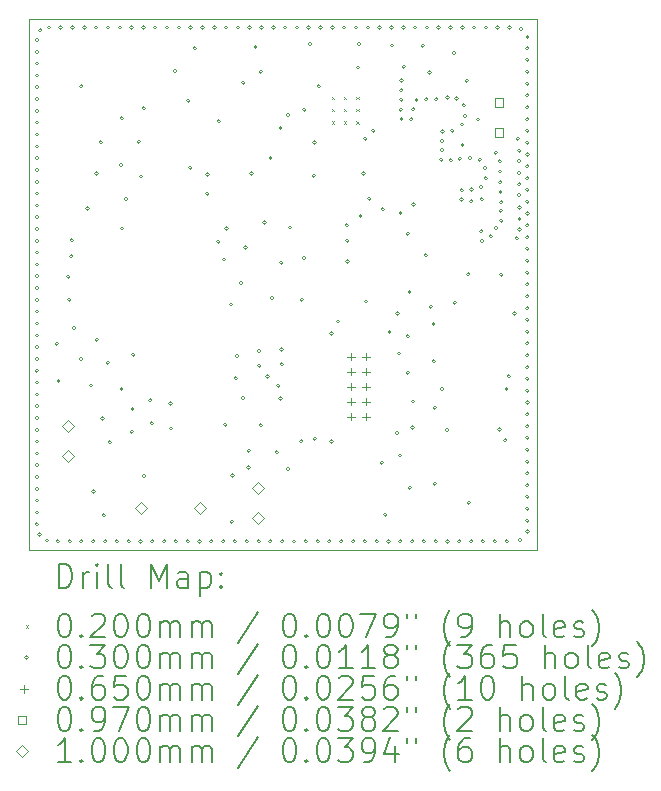
<source format=gbr>
%TF.GenerationSoftware,KiCad,Pcbnew,8.0.3*%
%TF.CreationDate,2025-04-13T21:26:22+02:00*%
%TF.ProjectId,picoballoon,7069636f-6261-46c6-9c6f-6f6e2e6b6963,rev?*%
%TF.SameCoordinates,Original*%
%TF.FileFunction,Drillmap*%
%TF.FilePolarity,Positive*%
%FSLAX45Y45*%
G04 Gerber Fmt 4.5, Leading zero omitted, Abs format (unit mm)*
G04 Created by KiCad (PCBNEW 8.0.3) date 2025-04-13 21:26:22*
%MOMM*%
%LPD*%
G01*
G04 APERTURE LIST*
%ADD10C,0.100000*%
%ADD11C,0.200000*%
G04 APERTURE END LIST*
D10*
X11879000Y-8401000D02*
X16179000Y-8401000D01*
X16179000Y-12901000D01*
X11879000Y-12901000D01*
X11879000Y-8401000D01*
D11*
D10*
X14443875Y-9059500D02*
X14463875Y-9079500D01*
X14463875Y-9059500D02*
X14443875Y-9079500D01*
X14443875Y-9269500D02*
X14463875Y-9289500D01*
X14463875Y-9269500D02*
X14443875Y-9289500D01*
X14444375Y-9163500D02*
X14464375Y-9183500D01*
X14464375Y-9163500D02*
X14444375Y-9183500D01*
X14548375Y-9059500D02*
X14568375Y-9079500D01*
X14568375Y-9059500D02*
X14548375Y-9079500D01*
X14548375Y-9269500D02*
X14568375Y-9289500D01*
X14568375Y-9269500D02*
X14548375Y-9289500D01*
X14548875Y-9164500D02*
X14568875Y-9184500D01*
X14568875Y-9164500D02*
X14548875Y-9184500D01*
X14653375Y-9163500D02*
X14673375Y-9183500D01*
X14673375Y-9163500D02*
X14653375Y-9183500D01*
X14653875Y-9059500D02*
X14673875Y-9079500D01*
X14673875Y-9059500D02*
X14653875Y-9079500D01*
X14653875Y-9269500D02*
X14673875Y-9289500D01*
X14673875Y-9269500D02*
X14653875Y-9289500D01*
X11964000Y-8581000D02*
G75*
G02*
X11934000Y-8581000I-15000J0D01*
G01*
X11934000Y-8581000D02*
G75*
G02*
X11964000Y-8581000I15000J0D01*
G01*
X11964000Y-8681000D02*
G75*
G02*
X11934000Y-8681000I-15000J0D01*
G01*
X11934000Y-8681000D02*
G75*
G02*
X11964000Y-8681000I15000J0D01*
G01*
X11964000Y-8781000D02*
G75*
G02*
X11934000Y-8781000I-15000J0D01*
G01*
X11934000Y-8781000D02*
G75*
G02*
X11964000Y-8781000I15000J0D01*
G01*
X11964000Y-8881000D02*
G75*
G02*
X11934000Y-8881000I-15000J0D01*
G01*
X11934000Y-8881000D02*
G75*
G02*
X11964000Y-8881000I15000J0D01*
G01*
X11964000Y-8981000D02*
G75*
G02*
X11934000Y-8981000I-15000J0D01*
G01*
X11934000Y-8981000D02*
G75*
G02*
X11964000Y-8981000I15000J0D01*
G01*
X11964000Y-9081000D02*
G75*
G02*
X11934000Y-9081000I-15000J0D01*
G01*
X11934000Y-9081000D02*
G75*
G02*
X11964000Y-9081000I15000J0D01*
G01*
X11964000Y-9181000D02*
G75*
G02*
X11934000Y-9181000I-15000J0D01*
G01*
X11934000Y-9181000D02*
G75*
G02*
X11964000Y-9181000I15000J0D01*
G01*
X11964000Y-9281000D02*
G75*
G02*
X11934000Y-9281000I-15000J0D01*
G01*
X11934000Y-9281000D02*
G75*
G02*
X11964000Y-9281000I15000J0D01*
G01*
X11964000Y-9381000D02*
G75*
G02*
X11934000Y-9381000I-15000J0D01*
G01*
X11934000Y-9381000D02*
G75*
G02*
X11964000Y-9381000I15000J0D01*
G01*
X11964000Y-9481000D02*
G75*
G02*
X11934000Y-9481000I-15000J0D01*
G01*
X11934000Y-9481000D02*
G75*
G02*
X11964000Y-9481000I15000J0D01*
G01*
X11964000Y-9581000D02*
G75*
G02*
X11934000Y-9581000I-15000J0D01*
G01*
X11934000Y-9581000D02*
G75*
G02*
X11964000Y-9581000I15000J0D01*
G01*
X11964000Y-9681000D02*
G75*
G02*
X11934000Y-9681000I-15000J0D01*
G01*
X11934000Y-9681000D02*
G75*
G02*
X11964000Y-9681000I15000J0D01*
G01*
X11964000Y-9781000D02*
G75*
G02*
X11934000Y-9781000I-15000J0D01*
G01*
X11934000Y-9781000D02*
G75*
G02*
X11964000Y-9781000I15000J0D01*
G01*
X11964000Y-9881000D02*
G75*
G02*
X11934000Y-9881000I-15000J0D01*
G01*
X11934000Y-9881000D02*
G75*
G02*
X11964000Y-9881000I15000J0D01*
G01*
X11964000Y-9981000D02*
G75*
G02*
X11934000Y-9981000I-15000J0D01*
G01*
X11934000Y-9981000D02*
G75*
G02*
X11964000Y-9981000I15000J0D01*
G01*
X11964000Y-10081000D02*
G75*
G02*
X11934000Y-10081000I-15000J0D01*
G01*
X11934000Y-10081000D02*
G75*
G02*
X11964000Y-10081000I15000J0D01*
G01*
X11964000Y-10181000D02*
G75*
G02*
X11934000Y-10181000I-15000J0D01*
G01*
X11934000Y-10181000D02*
G75*
G02*
X11964000Y-10181000I15000J0D01*
G01*
X11964000Y-10281000D02*
G75*
G02*
X11934000Y-10281000I-15000J0D01*
G01*
X11934000Y-10281000D02*
G75*
G02*
X11964000Y-10281000I15000J0D01*
G01*
X11964000Y-10381000D02*
G75*
G02*
X11934000Y-10381000I-15000J0D01*
G01*
X11934000Y-10381000D02*
G75*
G02*
X11964000Y-10381000I15000J0D01*
G01*
X11964000Y-10481000D02*
G75*
G02*
X11934000Y-10481000I-15000J0D01*
G01*
X11934000Y-10481000D02*
G75*
G02*
X11964000Y-10481000I15000J0D01*
G01*
X11964000Y-10581000D02*
G75*
G02*
X11934000Y-10581000I-15000J0D01*
G01*
X11934000Y-10581000D02*
G75*
G02*
X11964000Y-10581000I15000J0D01*
G01*
X11964000Y-10681000D02*
G75*
G02*
X11934000Y-10681000I-15000J0D01*
G01*
X11934000Y-10681000D02*
G75*
G02*
X11964000Y-10681000I15000J0D01*
G01*
X11964000Y-10781000D02*
G75*
G02*
X11934000Y-10781000I-15000J0D01*
G01*
X11934000Y-10781000D02*
G75*
G02*
X11964000Y-10781000I15000J0D01*
G01*
X11964000Y-10881000D02*
G75*
G02*
X11934000Y-10881000I-15000J0D01*
G01*
X11934000Y-10881000D02*
G75*
G02*
X11964000Y-10881000I15000J0D01*
G01*
X11964000Y-10981000D02*
G75*
G02*
X11934000Y-10981000I-15000J0D01*
G01*
X11934000Y-10981000D02*
G75*
G02*
X11964000Y-10981000I15000J0D01*
G01*
X11964000Y-11081000D02*
G75*
G02*
X11934000Y-11081000I-15000J0D01*
G01*
X11934000Y-11081000D02*
G75*
G02*
X11964000Y-11081000I15000J0D01*
G01*
X11964000Y-11181000D02*
G75*
G02*
X11934000Y-11181000I-15000J0D01*
G01*
X11934000Y-11181000D02*
G75*
G02*
X11964000Y-11181000I15000J0D01*
G01*
X11964000Y-11281000D02*
G75*
G02*
X11934000Y-11281000I-15000J0D01*
G01*
X11934000Y-11281000D02*
G75*
G02*
X11964000Y-11281000I15000J0D01*
G01*
X11964000Y-11381000D02*
G75*
G02*
X11934000Y-11381000I-15000J0D01*
G01*
X11934000Y-11381000D02*
G75*
G02*
X11964000Y-11381000I15000J0D01*
G01*
X11964000Y-11481000D02*
G75*
G02*
X11934000Y-11481000I-15000J0D01*
G01*
X11934000Y-11481000D02*
G75*
G02*
X11964000Y-11481000I15000J0D01*
G01*
X11964000Y-11581000D02*
G75*
G02*
X11934000Y-11581000I-15000J0D01*
G01*
X11934000Y-11581000D02*
G75*
G02*
X11964000Y-11581000I15000J0D01*
G01*
X11964000Y-11681000D02*
G75*
G02*
X11934000Y-11681000I-15000J0D01*
G01*
X11934000Y-11681000D02*
G75*
G02*
X11964000Y-11681000I15000J0D01*
G01*
X11964000Y-11781000D02*
G75*
G02*
X11934000Y-11781000I-15000J0D01*
G01*
X11934000Y-11781000D02*
G75*
G02*
X11964000Y-11781000I15000J0D01*
G01*
X11964000Y-11881000D02*
G75*
G02*
X11934000Y-11881000I-15000J0D01*
G01*
X11934000Y-11881000D02*
G75*
G02*
X11964000Y-11881000I15000J0D01*
G01*
X11964000Y-11981000D02*
G75*
G02*
X11934000Y-11981000I-15000J0D01*
G01*
X11934000Y-11981000D02*
G75*
G02*
X11964000Y-11981000I15000J0D01*
G01*
X11964000Y-12081000D02*
G75*
G02*
X11934000Y-12081000I-15000J0D01*
G01*
X11934000Y-12081000D02*
G75*
G02*
X11964000Y-12081000I15000J0D01*
G01*
X11964000Y-12181000D02*
G75*
G02*
X11934000Y-12181000I-15000J0D01*
G01*
X11934000Y-12181000D02*
G75*
G02*
X11964000Y-12181000I15000J0D01*
G01*
X11964000Y-12281000D02*
G75*
G02*
X11934000Y-12281000I-15000J0D01*
G01*
X11934000Y-12281000D02*
G75*
G02*
X11964000Y-12281000I15000J0D01*
G01*
X11964000Y-12381000D02*
G75*
G02*
X11934000Y-12381000I-15000J0D01*
G01*
X11934000Y-12381000D02*
G75*
G02*
X11964000Y-12381000I15000J0D01*
G01*
X11964000Y-12481000D02*
G75*
G02*
X11934000Y-12481000I-15000J0D01*
G01*
X11934000Y-12481000D02*
G75*
G02*
X11964000Y-12481000I15000J0D01*
G01*
X11964000Y-12581000D02*
G75*
G02*
X11934000Y-12581000I-15000J0D01*
G01*
X11934000Y-12581000D02*
G75*
G02*
X11964000Y-12581000I15000J0D01*
G01*
X11964000Y-12681000D02*
G75*
G02*
X11934000Y-12681000I-15000J0D01*
G01*
X11934000Y-12681000D02*
G75*
G02*
X11964000Y-12681000I15000J0D01*
G01*
X11986000Y-12768000D02*
G75*
G02*
X11956000Y-12768000I-15000J0D01*
G01*
X11956000Y-12768000D02*
G75*
G02*
X11986000Y-12768000I15000J0D01*
G01*
X11991000Y-8499000D02*
G75*
G02*
X11961000Y-8499000I-15000J0D01*
G01*
X11961000Y-8499000D02*
G75*
G02*
X11991000Y-8499000I15000J0D01*
G01*
X12050000Y-12818000D02*
G75*
G02*
X12020000Y-12818000I-15000J0D01*
G01*
X12020000Y-12818000D02*
G75*
G02*
X12050000Y-12818000I15000J0D01*
G01*
X12065000Y-8475000D02*
G75*
G02*
X12035000Y-8475000I-15000J0D01*
G01*
X12035000Y-8475000D02*
G75*
G02*
X12065000Y-8475000I15000J0D01*
G01*
X12130000Y-11153000D02*
G75*
G02*
X12100000Y-11153000I-15000J0D01*
G01*
X12100000Y-11153000D02*
G75*
G02*
X12130000Y-11153000I15000J0D01*
G01*
X12140000Y-12825000D02*
G75*
G02*
X12110000Y-12825000I-15000J0D01*
G01*
X12110000Y-12825000D02*
G75*
G02*
X12140000Y-12825000I15000J0D01*
G01*
X12146000Y-11467000D02*
G75*
G02*
X12116000Y-11467000I-15000J0D01*
G01*
X12116000Y-11467000D02*
G75*
G02*
X12146000Y-11467000I15000J0D01*
G01*
X12165000Y-8475000D02*
G75*
G02*
X12135000Y-8475000I-15000J0D01*
G01*
X12135000Y-8475000D02*
G75*
G02*
X12165000Y-8475000I15000J0D01*
G01*
X12228000Y-10585000D02*
G75*
G02*
X12198000Y-10585000I-15000J0D01*
G01*
X12198000Y-10585000D02*
G75*
G02*
X12228000Y-10585000I15000J0D01*
G01*
X12236000Y-10779000D02*
G75*
G02*
X12206000Y-10779000I-15000J0D01*
G01*
X12206000Y-10779000D02*
G75*
G02*
X12236000Y-10779000I15000J0D01*
G01*
X12240000Y-12825000D02*
G75*
G02*
X12210000Y-12825000I-15000J0D01*
G01*
X12210000Y-12825000D02*
G75*
G02*
X12240000Y-12825000I15000J0D01*
G01*
X12254000Y-10412000D02*
G75*
G02*
X12224000Y-10412000I-15000J0D01*
G01*
X12224000Y-10412000D02*
G75*
G02*
X12254000Y-10412000I15000J0D01*
G01*
X12258000Y-10276000D02*
G75*
G02*
X12228000Y-10276000I-15000J0D01*
G01*
X12228000Y-10276000D02*
G75*
G02*
X12258000Y-10276000I15000J0D01*
G01*
X12265000Y-8475000D02*
G75*
G02*
X12235000Y-8475000I-15000J0D01*
G01*
X12235000Y-8475000D02*
G75*
G02*
X12265000Y-8475000I15000J0D01*
G01*
X12278000Y-11019000D02*
G75*
G02*
X12248000Y-11019000I-15000J0D01*
G01*
X12248000Y-11019000D02*
G75*
G02*
X12278000Y-11019000I15000J0D01*
G01*
X12335000Y-11281000D02*
G75*
G02*
X12305000Y-11281000I-15000J0D01*
G01*
X12305000Y-11281000D02*
G75*
G02*
X12335000Y-11281000I15000J0D01*
G01*
X12338000Y-8972000D02*
G75*
G02*
X12308000Y-8972000I-15000J0D01*
G01*
X12308000Y-8972000D02*
G75*
G02*
X12338000Y-8972000I15000J0D01*
G01*
X12340000Y-12825000D02*
G75*
G02*
X12310000Y-12825000I-15000J0D01*
G01*
X12310000Y-12825000D02*
G75*
G02*
X12340000Y-12825000I15000J0D01*
G01*
X12365000Y-8475000D02*
G75*
G02*
X12335000Y-8475000I-15000J0D01*
G01*
X12335000Y-8475000D02*
G75*
G02*
X12365000Y-8475000I15000J0D01*
G01*
X12391000Y-10008000D02*
G75*
G02*
X12361000Y-10008000I-15000J0D01*
G01*
X12361000Y-10008000D02*
G75*
G02*
X12391000Y-10008000I15000J0D01*
G01*
X12422000Y-11506000D02*
G75*
G02*
X12392000Y-11506000I-15000J0D01*
G01*
X12392000Y-11506000D02*
G75*
G02*
X12422000Y-11506000I15000J0D01*
G01*
X12440000Y-12825000D02*
G75*
G02*
X12410000Y-12825000I-15000J0D01*
G01*
X12410000Y-12825000D02*
G75*
G02*
X12440000Y-12825000I15000J0D01*
G01*
X12441000Y-12403000D02*
G75*
G02*
X12411000Y-12403000I-15000J0D01*
G01*
X12411000Y-12403000D02*
G75*
G02*
X12441000Y-12403000I15000J0D01*
G01*
X12465000Y-8475000D02*
G75*
G02*
X12435000Y-8475000I-15000J0D01*
G01*
X12435000Y-8475000D02*
G75*
G02*
X12465000Y-8475000I15000J0D01*
G01*
X12469000Y-9712000D02*
G75*
G02*
X12439000Y-9712000I-15000J0D01*
G01*
X12439000Y-9712000D02*
G75*
G02*
X12469000Y-9712000I15000J0D01*
G01*
X12469000Y-11119000D02*
G75*
G02*
X12439000Y-11119000I-15000J0D01*
G01*
X12439000Y-11119000D02*
G75*
G02*
X12469000Y-11119000I15000J0D01*
G01*
X12505000Y-9446000D02*
G75*
G02*
X12475000Y-9446000I-15000J0D01*
G01*
X12475000Y-9446000D02*
G75*
G02*
X12505000Y-9446000I15000J0D01*
G01*
X12519000Y-11786000D02*
G75*
G02*
X12489000Y-11786000I-15000J0D01*
G01*
X12489000Y-11786000D02*
G75*
G02*
X12519000Y-11786000I15000J0D01*
G01*
X12530000Y-12606000D02*
G75*
G02*
X12500000Y-12606000I-15000J0D01*
G01*
X12500000Y-12606000D02*
G75*
G02*
X12530000Y-12606000I15000J0D01*
G01*
X12540000Y-12825000D02*
G75*
G02*
X12510000Y-12825000I-15000J0D01*
G01*
X12510000Y-12825000D02*
G75*
G02*
X12540000Y-12825000I15000J0D01*
G01*
X12562000Y-11313000D02*
G75*
G02*
X12532000Y-11313000I-15000J0D01*
G01*
X12532000Y-11313000D02*
G75*
G02*
X12562000Y-11313000I15000J0D01*
G01*
X12565000Y-8475000D02*
G75*
G02*
X12535000Y-8475000I-15000J0D01*
G01*
X12535000Y-8475000D02*
G75*
G02*
X12565000Y-8475000I15000J0D01*
G01*
X12581000Y-11987000D02*
G75*
G02*
X12551000Y-11987000I-15000J0D01*
G01*
X12551000Y-11987000D02*
G75*
G02*
X12581000Y-11987000I15000J0D01*
G01*
X12640000Y-12825000D02*
G75*
G02*
X12610000Y-12825000I-15000J0D01*
G01*
X12610000Y-12825000D02*
G75*
G02*
X12640000Y-12825000I15000J0D01*
G01*
X12665000Y-8475000D02*
G75*
G02*
X12635000Y-8475000I-15000J0D01*
G01*
X12635000Y-8475000D02*
G75*
G02*
X12665000Y-8475000I15000J0D01*
G01*
X12674000Y-9639000D02*
G75*
G02*
X12644000Y-9639000I-15000J0D01*
G01*
X12644000Y-9639000D02*
G75*
G02*
X12674000Y-9639000I15000J0D01*
G01*
X12679904Y-11535531D02*
G75*
G02*
X12649904Y-11535531I-15000J0D01*
G01*
X12649904Y-11535531D02*
G75*
G02*
X12679904Y-11535531I15000J0D01*
G01*
X12680000Y-9243000D02*
G75*
G02*
X12650000Y-9243000I-15000J0D01*
G01*
X12650000Y-9243000D02*
G75*
G02*
X12680000Y-9243000I15000J0D01*
G01*
X12683000Y-10178000D02*
G75*
G02*
X12653000Y-10178000I-15000J0D01*
G01*
X12653000Y-10178000D02*
G75*
G02*
X12683000Y-10178000I15000J0D01*
G01*
X12719000Y-9927000D02*
G75*
G02*
X12689000Y-9927000I-15000J0D01*
G01*
X12689000Y-9927000D02*
G75*
G02*
X12719000Y-9927000I15000J0D01*
G01*
X12740000Y-12825000D02*
G75*
G02*
X12710000Y-12825000I-15000J0D01*
G01*
X12710000Y-12825000D02*
G75*
G02*
X12740000Y-12825000I15000J0D01*
G01*
X12765000Y-8475000D02*
G75*
G02*
X12735000Y-8475000I-15000J0D01*
G01*
X12735000Y-8475000D02*
G75*
G02*
X12765000Y-8475000I15000J0D01*
G01*
X12767000Y-11898000D02*
G75*
G02*
X12737000Y-11898000I-15000J0D01*
G01*
X12737000Y-11898000D02*
G75*
G02*
X12767000Y-11898000I15000J0D01*
G01*
X12771000Y-11705000D02*
G75*
G02*
X12741000Y-11705000I-15000J0D01*
G01*
X12741000Y-11705000D02*
G75*
G02*
X12771000Y-11705000I15000J0D01*
G01*
X12778000Y-11245000D02*
G75*
G02*
X12748000Y-11245000I-15000J0D01*
G01*
X12748000Y-11245000D02*
G75*
G02*
X12778000Y-11245000I15000J0D01*
G01*
X12826000Y-9442000D02*
G75*
G02*
X12796000Y-9442000I-15000J0D01*
G01*
X12796000Y-9442000D02*
G75*
G02*
X12826000Y-9442000I15000J0D01*
G01*
X12840000Y-12825000D02*
G75*
G02*
X12810000Y-12825000I-15000J0D01*
G01*
X12810000Y-12825000D02*
G75*
G02*
X12840000Y-12825000I15000J0D01*
G01*
X12844000Y-9736000D02*
G75*
G02*
X12814000Y-9736000I-15000J0D01*
G01*
X12814000Y-9736000D02*
G75*
G02*
X12844000Y-9736000I15000J0D01*
G01*
X12865000Y-8475000D02*
G75*
G02*
X12835000Y-8475000I-15000J0D01*
G01*
X12835000Y-8475000D02*
G75*
G02*
X12865000Y-8475000I15000J0D01*
G01*
X12867000Y-9158000D02*
G75*
G02*
X12837000Y-9158000I-15000J0D01*
G01*
X12837000Y-9158000D02*
G75*
G02*
X12867000Y-9158000I15000J0D01*
G01*
X12869000Y-12273000D02*
G75*
G02*
X12839000Y-12273000I-15000J0D01*
G01*
X12839000Y-12273000D02*
G75*
G02*
X12869000Y-12273000I15000J0D01*
G01*
X12924000Y-11630000D02*
G75*
G02*
X12894000Y-11630000I-15000J0D01*
G01*
X12894000Y-11630000D02*
G75*
G02*
X12924000Y-11630000I15000J0D01*
G01*
X12936000Y-11825000D02*
G75*
G02*
X12906000Y-11825000I-15000J0D01*
G01*
X12906000Y-11825000D02*
G75*
G02*
X12936000Y-11825000I15000J0D01*
G01*
X12940000Y-12825000D02*
G75*
G02*
X12910000Y-12825000I-15000J0D01*
G01*
X12910000Y-12825000D02*
G75*
G02*
X12940000Y-12825000I15000J0D01*
G01*
X12965000Y-8475000D02*
G75*
G02*
X12935000Y-8475000I-15000J0D01*
G01*
X12935000Y-8475000D02*
G75*
G02*
X12965000Y-8475000I15000J0D01*
G01*
X13040000Y-12825000D02*
G75*
G02*
X13010000Y-12825000I-15000J0D01*
G01*
X13010000Y-12825000D02*
G75*
G02*
X13040000Y-12825000I15000J0D01*
G01*
X13065000Y-8475000D02*
G75*
G02*
X13035000Y-8475000I-15000J0D01*
G01*
X13035000Y-8475000D02*
G75*
G02*
X13065000Y-8475000I15000J0D01*
G01*
X13094000Y-11660000D02*
G75*
G02*
X13064000Y-11660000I-15000J0D01*
G01*
X13064000Y-11660000D02*
G75*
G02*
X13094000Y-11660000I15000J0D01*
G01*
X13098000Y-11871000D02*
G75*
G02*
X13068000Y-11871000I-15000J0D01*
G01*
X13068000Y-11871000D02*
G75*
G02*
X13098000Y-11871000I15000J0D01*
G01*
X13132000Y-8843000D02*
G75*
G02*
X13102000Y-8843000I-15000J0D01*
G01*
X13102000Y-8843000D02*
G75*
G02*
X13132000Y-8843000I15000J0D01*
G01*
X13140000Y-12825000D02*
G75*
G02*
X13110000Y-12825000I-15000J0D01*
G01*
X13110000Y-12825000D02*
G75*
G02*
X13140000Y-12825000I15000J0D01*
G01*
X13165000Y-8475000D02*
G75*
G02*
X13135000Y-8475000I-15000J0D01*
G01*
X13135000Y-8475000D02*
G75*
G02*
X13165000Y-8475000I15000J0D01*
G01*
X13240000Y-12825000D02*
G75*
G02*
X13210000Y-12825000I-15000J0D01*
G01*
X13210000Y-12825000D02*
G75*
G02*
X13240000Y-12825000I15000J0D01*
G01*
X13246000Y-9096000D02*
G75*
G02*
X13216000Y-9096000I-15000J0D01*
G01*
X13216000Y-9096000D02*
G75*
G02*
X13246000Y-9096000I15000J0D01*
G01*
X13261000Y-9662000D02*
G75*
G02*
X13231000Y-9662000I-15000J0D01*
G01*
X13231000Y-9662000D02*
G75*
G02*
X13261000Y-9662000I15000J0D01*
G01*
X13265000Y-8475000D02*
G75*
G02*
X13235000Y-8475000I-15000J0D01*
G01*
X13235000Y-8475000D02*
G75*
G02*
X13265000Y-8475000I15000J0D01*
G01*
X13299000Y-8651000D02*
G75*
G02*
X13269000Y-8651000I-15000J0D01*
G01*
X13269000Y-8651000D02*
G75*
G02*
X13299000Y-8651000I15000J0D01*
G01*
X13340000Y-12825000D02*
G75*
G02*
X13310000Y-12825000I-15000J0D01*
G01*
X13310000Y-12825000D02*
G75*
G02*
X13340000Y-12825000I15000J0D01*
G01*
X13365000Y-8475000D02*
G75*
G02*
X13335000Y-8475000I-15000J0D01*
G01*
X13335000Y-8475000D02*
G75*
G02*
X13365000Y-8475000I15000J0D01*
G01*
X13407000Y-9883000D02*
G75*
G02*
X13377000Y-9883000I-15000J0D01*
G01*
X13377000Y-9883000D02*
G75*
G02*
X13407000Y-9883000I15000J0D01*
G01*
X13408538Y-9719607D02*
G75*
G02*
X13378538Y-9719607I-15000J0D01*
G01*
X13378538Y-9719607D02*
G75*
G02*
X13408538Y-9719607I15000J0D01*
G01*
X13440000Y-12825000D02*
G75*
G02*
X13410000Y-12825000I-15000J0D01*
G01*
X13410000Y-12825000D02*
G75*
G02*
X13440000Y-12825000I15000J0D01*
G01*
X13465000Y-8475000D02*
G75*
G02*
X13435000Y-8475000I-15000J0D01*
G01*
X13435000Y-8475000D02*
G75*
G02*
X13465000Y-8475000I15000J0D01*
G01*
X13499000Y-10288000D02*
G75*
G02*
X13469000Y-10288000I-15000J0D01*
G01*
X13469000Y-10288000D02*
G75*
G02*
X13499000Y-10288000I15000J0D01*
G01*
X13503000Y-9267000D02*
G75*
G02*
X13473000Y-9267000I-15000J0D01*
G01*
X13473000Y-9267000D02*
G75*
G02*
X13503000Y-9267000I15000J0D01*
G01*
X13540000Y-12825000D02*
G75*
G02*
X13510000Y-12825000I-15000J0D01*
G01*
X13510000Y-12825000D02*
G75*
G02*
X13540000Y-12825000I15000J0D01*
G01*
X13547000Y-10438000D02*
G75*
G02*
X13517000Y-10438000I-15000J0D01*
G01*
X13517000Y-10438000D02*
G75*
G02*
X13547000Y-10438000I15000J0D01*
G01*
X13557000Y-11838000D02*
G75*
G02*
X13527000Y-11838000I-15000J0D01*
G01*
X13527000Y-11838000D02*
G75*
G02*
X13557000Y-11838000I15000J0D01*
G01*
X13565000Y-8475000D02*
G75*
G02*
X13535000Y-8475000I-15000J0D01*
G01*
X13535000Y-8475000D02*
G75*
G02*
X13565000Y-8475000I15000J0D01*
G01*
X13569000Y-10178000D02*
G75*
G02*
X13539000Y-10178000I-15000J0D01*
G01*
X13539000Y-10178000D02*
G75*
G02*
X13569000Y-10178000I15000J0D01*
G01*
X13608000Y-10820000D02*
G75*
G02*
X13578000Y-10820000I-15000J0D01*
G01*
X13578000Y-10820000D02*
G75*
G02*
X13608000Y-10820000I15000J0D01*
G01*
X13613000Y-12658000D02*
G75*
G02*
X13583000Y-12658000I-15000J0D01*
G01*
X13583000Y-12658000D02*
G75*
G02*
X13613000Y-12658000I15000J0D01*
G01*
X13621000Y-12268000D02*
G75*
G02*
X13591000Y-12268000I-15000J0D01*
G01*
X13591000Y-12268000D02*
G75*
G02*
X13621000Y-12268000I15000J0D01*
G01*
X13640000Y-12825000D02*
G75*
G02*
X13610000Y-12825000I-15000J0D01*
G01*
X13610000Y-12825000D02*
G75*
G02*
X13640000Y-12825000I15000J0D01*
G01*
X13646000Y-11445000D02*
G75*
G02*
X13616000Y-11445000I-15000J0D01*
G01*
X13616000Y-11445000D02*
G75*
G02*
X13646000Y-11445000I15000J0D01*
G01*
X13656000Y-11257000D02*
G75*
G02*
X13626000Y-11257000I-15000J0D01*
G01*
X13626000Y-11257000D02*
G75*
G02*
X13656000Y-11257000I15000J0D01*
G01*
X13665000Y-8475000D02*
G75*
G02*
X13635000Y-8475000I-15000J0D01*
G01*
X13635000Y-8475000D02*
G75*
G02*
X13665000Y-8475000I15000J0D01*
G01*
X13692000Y-10638000D02*
G75*
G02*
X13662000Y-10638000I-15000J0D01*
G01*
X13662000Y-10638000D02*
G75*
G02*
X13692000Y-10638000I15000J0D01*
G01*
X13707000Y-11612000D02*
G75*
G02*
X13677000Y-11612000I-15000J0D01*
G01*
X13677000Y-11612000D02*
G75*
G02*
X13707000Y-11612000I15000J0D01*
G01*
X13709000Y-8943000D02*
G75*
G02*
X13679000Y-8943000I-15000J0D01*
G01*
X13679000Y-8943000D02*
G75*
G02*
X13709000Y-8943000I15000J0D01*
G01*
X13730000Y-10337000D02*
G75*
G02*
X13700000Y-10337000I-15000J0D01*
G01*
X13700000Y-10337000D02*
G75*
G02*
X13730000Y-10337000I15000J0D01*
G01*
X13740000Y-12825000D02*
G75*
G02*
X13710000Y-12825000I-15000J0D01*
G01*
X13710000Y-12825000D02*
G75*
G02*
X13740000Y-12825000I15000J0D01*
G01*
X13756000Y-12201000D02*
G75*
G02*
X13726000Y-12201000I-15000J0D01*
G01*
X13726000Y-12201000D02*
G75*
G02*
X13756000Y-12201000I15000J0D01*
G01*
X13757000Y-12059000D02*
G75*
G02*
X13727000Y-12059000I-15000J0D01*
G01*
X13727000Y-12059000D02*
G75*
G02*
X13757000Y-12059000I15000J0D01*
G01*
X13765000Y-8475000D02*
G75*
G02*
X13735000Y-8475000I-15000J0D01*
G01*
X13735000Y-8475000D02*
G75*
G02*
X13765000Y-8475000I15000J0D01*
G01*
X13780000Y-9711000D02*
G75*
G02*
X13750000Y-9711000I-15000J0D01*
G01*
X13750000Y-9711000D02*
G75*
G02*
X13780000Y-9711000I15000J0D01*
G01*
X13814000Y-8639000D02*
G75*
G02*
X13784000Y-8639000I-15000J0D01*
G01*
X13784000Y-8639000D02*
G75*
G02*
X13814000Y-8639000I15000J0D01*
G01*
X13840000Y-12825000D02*
G75*
G02*
X13810000Y-12825000I-15000J0D01*
G01*
X13810000Y-12825000D02*
G75*
G02*
X13840000Y-12825000I15000J0D01*
G01*
X13843000Y-11214000D02*
G75*
G02*
X13813000Y-11214000I-15000J0D01*
G01*
X13813000Y-11214000D02*
G75*
G02*
X13843000Y-11214000I15000J0D01*
G01*
X13845000Y-11339000D02*
G75*
G02*
X13815000Y-11339000I-15000J0D01*
G01*
X13815000Y-11339000D02*
G75*
G02*
X13845000Y-11339000I15000J0D01*
G01*
X13857000Y-11843000D02*
G75*
G02*
X13827000Y-11843000I-15000J0D01*
G01*
X13827000Y-11843000D02*
G75*
G02*
X13857000Y-11843000I15000J0D01*
G01*
X13859000Y-8849000D02*
G75*
G02*
X13829000Y-8849000I-15000J0D01*
G01*
X13829000Y-8849000D02*
G75*
G02*
X13859000Y-8849000I15000J0D01*
G01*
X13865000Y-8475000D02*
G75*
G02*
X13835000Y-8475000I-15000J0D01*
G01*
X13835000Y-8475000D02*
G75*
G02*
X13865000Y-8475000I15000J0D01*
G01*
X13889000Y-10127000D02*
G75*
G02*
X13859000Y-10127000I-15000J0D01*
G01*
X13859000Y-10127000D02*
G75*
G02*
X13889000Y-10127000I15000J0D01*
G01*
X13917000Y-11430000D02*
G75*
G02*
X13887000Y-11430000I-15000J0D01*
G01*
X13887000Y-11430000D02*
G75*
G02*
X13917000Y-11430000I15000J0D01*
G01*
X13940000Y-12825000D02*
G75*
G02*
X13910000Y-12825000I-15000J0D01*
G01*
X13910000Y-12825000D02*
G75*
G02*
X13940000Y-12825000I15000J0D01*
G01*
X13941000Y-9579000D02*
G75*
G02*
X13911000Y-9579000I-15000J0D01*
G01*
X13911000Y-9579000D02*
G75*
G02*
X13941000Y-9579000I15000J0D01*
G01*
X13954000Y-10765000D02*
G75*
G02*
X13924000Y-10765000I-15000J0D01*
G01*
X13924000Y-10765000D02*
G75*
G02*
X13954000Y-10765000I15000J0D01*
G01*
X13965000Y-8475000D02*
G75*
G02*
X13935000Y-8475000I-15000J0D01*
G01*
X13935000Y-8475000D02*
G75*
G02*
X13965000Y-8475000I15000J0D01*
G01*
X13995000Y-12072000D02*
G75*
G02*
X13965000Y-12072000I-15000J0D01*
G01*
X13965000Y-12072000D02*
G75*
G02*
X13995000Y-12072000I15000J0D01*
G01*
X14006000Y-11509000D02*
G75*
G02*
X13976000Y-11509000I-15000J0D01*
G01*
X13976000Y-11509000D02*
G75*
G02*
X14006000Y-11509000I15000J0D01*
G01*
X14026000Y-11618000D02*
G75*
G02*
X13996000Y-11618000I-15000J0D01*
G01*
X13996000Y-11618000D02*
G75*
G02*
X14026000Y-11618000I15000J0D01*
G01*
X14027000Y-9326000D02*
G75*
G02*
X13997000Y-9326000I-15000J0D01*
G01*
X13997000Y-9326000D02*
G75*
G02*
X14027000Y-9326000I15000J0D01*
G01*
X14033000Y-10468000D02*
G75*
G02*
X14003000Y-10468000I-15000J0D01*
G01*
X14003000Y-10468000D02*
G75*
G02*
X14033000Y-10468000I15000J0D01*
G01*
X14034000Y-11200000D02*
G75*
G02*
X14004000Y-11200000I-15000J0D01*
G01*
X14004000Y-11200000D02*
G75*
G02*
X14034000Y-11200000I15000J0D01*
G01*
X14036000Y-11325000D02*
G75*
G02*
X14006000Y-11325000I-15000J0D01*
G01*
X14006000Y-11325000D02*
G75*
G02*
X14036000Y-11325000I15000J0D01*
G01*
X14040000Y-12825000D02*
G75*
G02*
X14010000Y-12825000I-15000J0D01*
G01*
X14010000Y-12825000D02*
G75*
G02*
X14040000Y-12825000I15000J0D01*
G01*
X14065000Y-8475000D02*
G75*
G02*
X14035000Y-8475000I-15000J0D01*
G01*
X14035000Y-8475000D02*
G75*
G02*
X14065000Y-8475000I15000J0D01*
G01*
X14090000Y-9215000D02*
G75*
G02*
X14060000Y-9215000I-15000J0D01*
G01*
X14060000Y-9215000D02*
G75*
G02*
X14090000Y-9215000I15000J0D01*
G01*
X14090000Y-12212000D02*
G75*
G02*
X14060000Y-12212000I-15000J0D01*
G01*
X14060000Y-12212000D02*
G75*
G02*
X14090000Y-12212000I15000J0D01*
G01*
X14105000Y-10169000D02*
G75*
G02*
X14075000Y-10169000I-15000J0D01*
G01*
X14075000Y-10169000D02*
G75*
G02*
X14105000Y-10169000I15000J0D01*
G01*
X14140000Y-12825000D02*
G75*
G02*
X14110000Y-12825000I-15000J0D01*
G01*
X14110000Y-12825000D02*
G75*
G02*
X14140000Y-12825000I15000J0D01*
G01*
X14165000Y-8475000D02*
G75*
G02*
X14135000Y-8475000I-15000J0D01*
G01*
X14135000Y-8475000D02*
G75*
G02*
X14165000Y-8475000I15000J0D01*
G01*
X14202000Y-11978000D02*
G75*
G02*
X14172000Y-11978000I-15000J0D01*
G01*
X14172000Y-11978000D02*
G75*
G02*
X14202000Y-11978000I15000J0D01*
G01*
X14206000Y-10780000D02*
G75*
G02*
X14176000Y-10780000I-15000J0D01*
G01*
X14176000Y-10780000D02*
G75*
G02*
X14206000Y-10780000I15000J0D01*
G01*
X14225000Y-9171000D02*
G75*
G02*
X14195000Y-9171000I-15000J0D01*
G01*
X14195000Y-9171000D02*
G75*
G02*
X14225000Y-9171000I15000J0D01*
G01*
X14225000Y-10427000D02*
G75*
G02*
X14195000Y-10427000I-15000J0D01*
G01*
X14195000Y-10427000D02*
G75*
G02*
X14225000Y-10427000I15000J0D01*
G01*
X14240000Y-12825000D02*
G75*
G02*
X14210000Y-12825000I-15000J0D01*
G01*
X14210000Y-12825000D02*
G75*
G02*
X14240000Y-12825000I15000J0D01*
G01*
X14265000Y-8475000D02*
G75*
G02*
X14235000Y-8475000I-15000J0D01*
G01*
X14235000Y-8475000D02*
G75*
G02*
X14265000Y-8475000I15000J0D01*
G01*
X14277000Y-8614000D02*
G75*
G02*
X14247000Y-8614000I-15000J0D01*
G01*
X14247000Y-8614000D02*
G75*
G02*
X14277000Y-8614000I15000J0D01*
G01*
X14307000Y-9731000D02*
G75*
G02*
X14277000Y-9731000I-15000J0D01*
G01*
X14277000Y-9731000D02*
G75*
G02*
X14307000Y-9731000I15000J0D01*
G01*
X14312000Y-9449000D02*
G75*
G02*
X14282000Y-9449000I-15000J0D01*
G01*
X14282000Y-9449000D02*
G75*
G02*
X14312000Y-9449000I15000J0D01*
G01*
X14315000Y-11957000D02*
G75*
G02*
X14285000Y-11957000I-15000J0D01*
G01*
X14285000Y-11957000D02*
G75*
G02*
X14315000Y-11957000I15000J0D01*
G01*
X14340000Y-12825000D02*
G75*
G02*
X14310000Y-12825000I-15000J0D01*
G01*
X14310000Y-12825000D02*
G75*
G02*
X14340000Y-12825000I15000J0D01*
G01*
X14351000Y-8973000D02*
G75*
G02*
X14321000Y-8973000I-15000J0D01*
G01*
X14321000Y-8973000D02*
G75*
G02*
X14351000Y-8973000I15000J0D01*
G01*
X14365000Y-8475000D02*
G75*
G02*
X14335000Y-8475000I-15000J0D01*
G01*
X14335000Y-8475000D02*
G75*
G02*
X14365000Y-8475000I15000J0D01*
G01*
X14440000Y-12825000D02*
G75*
G02*
X14410000Y-12825000I-15000J0D01*
G01*
X14410000Y-12825000D02*
G75*
G02*
X14440000Y-12825000I15000J0D01*
G01*
X14457000Y-11065000D02*
G75*
G02*
X14427000Y-11065000I-15000J0D01*
G01*
X14427000Y-11065000D02*
G75*
G02*
X14457000Y-11065000I15000J0D01*
G01*
X14457000Y-11981000D02*
G75*
G02*
X14427000Y-11981000I-15000J0D01*
G01*
X14427000Y-11981000D02*
G75*
G02*
X14457000Y-11981000I15000J0D01*
G01*
X14465000Y-8475000D02*
G75*
G02*
X14435000Y-8475000I-15000J0D01*
G01*
X14435000Y-8475000D02*
G75*
G02*
X14465000Y-8475000I15000J0D01*
G01*
X14512000Y-10963000D02*
G75*
G02*
X14482000Y-10963000I-15000J0D01*
G01*
X14482000Y-10963000D02*
G75*
G02*
X14512000Y-10963000I15000J0D01*
G01*
X14540000Y-12825000D02*
G75*
G02*
X14510000Y-12825000I-15000J0D01*
G01*
X14510000Y-12825000D02*
G75*
G02*
X14540000Y-12825000I15000J0D01*
G01*
X14565000Y-8475000D02*
G75*
G02*
X14535000Y-8475000I-15000J0D01*
G01*
X14535000Y-8475000D02*
G75*
G02*
X14565000Y-8475000I15000J0D01*
G01*
X14586102Y-10148670D02*
G75*
G02*
X14556102Y-10148670I-15000J0D01*
G01*
X14556102Y-10148670D02*
G75*
G02*
X14586102Y-10148670I15000J0D01*
G01*
X14591000Y-10456000D02*
G75*
G02*
X14561000Y-10456000I-15000J0D01*
G01*
X14561000Y-10456000D02*
G75*
G02*
X14591000Y-10456000I15000J0D01*
G01*
X14592000Y-10280000D02*
G75*
G02*
X14562000Y-10280000I-15000J0D01*
G01*
X14562000Y-10280000D02*
G75*
G02*
X14592000Y-10280000I15000J0D01*
G01*
X14640000Y-12825000D02*
G75*
G02*
X14610000Y-12825000I-15000J0D01*
G01*
X14610000Y-12825000D02*
G75*
G02*
X14640000Y-12825000I15000J0D01*
G01*
X14665000Y-8475000D02*
G75*
G02*
X14635000Y-8475000I-15000J0D01*
G01*
X14635000Y-8475000D02*
G75*
G02*
X14665000Y-8475000I15000J0D01*
G01*
X14681375Y-8814500D02*
G75*
G02*
X14651375Y-8814500I-15000J0D01*
G01*
X14651375Y-8814500D02*
G75*
G02*
X14681375Y-8814500I15000J0D01*
G01*
X14689000Y-8614000D02*
G75*
G02*
X14659000Y-8614000I-15000J0D01*
G01*
X14659000Y-8614000D02*
G75*
G02*
X14689000Y-8614000I15000J0D01*
G01*
X14703250Y-10072000D02*
G75*
G02*
X14673250Y-10072000I-15000J0D01*
G01*
X14673250Y-10072000D02*
G75*
G02*
X14703250Y-10072000I15000J0D01*
G01*
X14728000Y-9711000D02*
G75*
G02*
X14698000Y-9711000I-15000J0D01*
G01*
X14698000Y-9711000D02*
G75*
G02*
X14728000Y-9711000I15000J0D01*
G01*
X14740000Y-12825000D02*
G75*
G02*
X14710000Y-12825000I-15000J0D01*
G01*
X14710000Y-12825000D02*
G75*
G02*
X14740000Y-12825000I15000J0D01*
G01*
X14743500Y-9416438D02*
G75*
G02*
X14713500Y-9416438I-15000J0D01*
G01*
X14713500Y-9416438D02*
G75*
G02*
X14743500Y-9416438I15000J0D01*
G01*
X14749000Y-10796000D02*
G75*
G02*
X14719000Y-10796000I-15000J0D01*
G01*
X14719000Y-10796000D02*
G75*
G02*
X14749000Y-10796000I15000J0D01*
G01*
X14765000Y-8475000D02*
G75*
G02*
X14735000Y-8475000I-15000J0D01*
G01*
X14735000Y-8475000D02*
G75*
G02*
X14765000Y-8475000I15000J0D01*
G01*
X14778000Y-9926000D02*
G75*
G02*
X14748000Y-9926000I-15000J0D01*
G01*
X14748000Y-9926000D02*
G75*
G02*
X14778000Y-9926000I15000J0D01*
G01*
X14811000Y-9351000D02*
G75*
G02*
X14781000Y-9351000I-15000J0D01*
G01*
X14781000Y-9351000D02*
G75*
G02*
X14811000Y-9351000I15000J0D01*
G01*
X14840000Y-12825000D02*
G75*
G02*
X14810000Y-12825000I-15000J0D01*
G01*
X14810000Y-12825000D02*
G75*
G02*
X14840000Y-12825000I15000J0D01*
G01*
X14865000Y-8475000D02*
G75*
G02*
X14835000Y-8475000I-15000J0D01*
G01*
X14835000Y-8475000D02*
G75*
G02*
X14865000Y-8475000I15000J0D01*
G01*
X14882000Y-12161000D02*
G75*
G02*
X14852000Y-12161000I-15000J0D01*
G01*
X14852000Y-12161000D02*
G75*
G02*
X14882000Y-12161000I15000J0D01*
G01*
X14891000Y-10014000D02*
G75*
G02*
X14861000Y-10014000I-15000J0D01*
G01*
X14861000Y-10014000D02*
G75*
G02*
X14891000Y-10014000I15000J0D01*
G01*
X14913000Y-12602000D02*
G75*
G02*
X14883000Y-12602000I-15000J0D01*
G01*
X14883000Y-12602000D02*
G75*
G02*
X14913000Y-12602000I15000J0D01*
G01*
X14940000Y-12825000D02*
G75*
G02*
X14910000Y-12825000I-15000J0D01*
G01*
X14910000Y-12825000D02*
G75*
G02*
X14940000Y-12825000I15000J0D01*
G01*
X14950000Y-11053000D02*
G75*
G02*
X14920000Y-11053000I-15000J0D01*
G01*
X14920000Y-11053000D02*
G75*
G02*
X14950000Y-11053000I15000J0D01*
G01*
X14965000Y-8475000D02*
G75*
G02*
X14935000Y-8475000I-15000J0D01*
G01*
X14935000Y-8475000D02*
G75*
G02*
X14965000Y-8475000I15000J0D01*
G01*
X14970000Y-8628000D02*
G75*
G02*
X14940000Y-8628000I-15000J0D01*
G01*
X14940000Y-8628000D02*
G75*
G02*
X14970000Y-8628000I15000J0D01*
G01*
X15013000Y-11907000D02*
G75*
G02*
X14983000Y-11907000I-15000J0D01*
G01*
X14983000Y-11907000D02*
G75*
G02*
X15013000Y-11907000I15000J0D01*
G01*
X15017000Y-10897000D02*
G75*
G02*
X14987000Y-10897000I-15000J0D01*
G01*
X14987000Y-10897000D02*
G75*
G02*
X15017000Y-10897000I15000J0D01*
G01*
X15030000Y-11236000D02*
G75*
G02*
X15000000Y-11236000I-15000J0D01*
G01*
X15000000Y-11236000D02*
G75*
G02*
X15030000Y-11236000I15000J0D01*
G01*
X15038000Y-12098000D02*
G75*
G02*
X15008000Y-12098000I-15000J0D01*
G01*
X15008000Y-12098000D02*
G75*
G02*
X15038000Y-12098000I15000J0D01*
G01*
X15040000Y-12825000D02*
G75*
G02*
X15010000Y-12825000I-15000J0D01*
G01*
X15010000Y-12825000D02*
G75*
G02*
X15040000Y-12825000I15000J0D01*
G01*
X15041000Y-10045000D02*
G75*
G02*
X15011000Y-10045000I-15000J0D01*
G01*
X15011000Y-10045000D02*
G75*
G02*
X15041000Y-10045000I15000J0D01*
G01*
X15043375Y-9172500D02*
G75*
G02*
X15013375Y-9172500I-15000J0D01*
G01*
X15013375Y-9172500D02*
G75*
G02*
X15043375Y-9172500I15000J0D01*
G01*
X15046375Y-9086500D02*
G75*
G02*
X15016375Y-9086500I-15000J0D01*
G01*
X15016375Y-9086500D02*
G75*
G02*
X15046375Y-9086500I15000J0D01*
G01*
X15048375Y-9004500D02*
G75*
G02*
X15018375Y-9004500I-15000J0D01*
G01*
X15018375Y-9004500D02*
G75*
G02*
X15048375Y-9004500I15000J0D01*
G01*
X15050375Y-8924500D02*
G75*
G02*
X15020375Y-8924500I-15000J0D01*
G01*
X15020375Y-8924500D02*
G75*
G02*
X15050375Y-8924500I15000J0D01*
G01*
X15050375Y-9250500D02*
G75*
G02*
X15020375Y-9250500I-15000J0D01*
G01*
X15020375Y-9250500D02*
G75*
G02*
X15050375Y-9250500I15000J0D01*
G01*
X15065000Y-8475000D02*
G75*
G02*
X15035000Y-8475000I-15000J0D01*
G01*
X15035000Y-8475000D02*
G75*
G02*
X15065000Y-8475000I15000J0D01*
G01*
X15068375Y-8808500D02*
G75*
G02*
X15038375Y-8808500I-15000J0D01*
G01*
X15038375Y-8808500D02*
G75*
G02*
X15068375Y-8808500I15000J0D01*
G01*
X15102000Y-10221000D02*
G75*
G02*
X15072000Y-10221000I-15000J0D01*
G01*
X15072000Y-10221000D02*
G75*
G02*
X15102000Y-10221000I15000J0D01*
G01*
X15103000Y-11088000D02*
G75*
G02*
X15073000Y-11088000I-15000J0D01*
G01*
X15073000Y-11088000D02*
G75*
G02*
X15103000Y-11088000I15000J0D01*
G01*
X15103000Y-11399000D02*
G75*
G02*
X15073000Y-11399000I-15000J0D01*
G01*
X15073000Y-11399000D02*
G75*
G02*
X15103000Y-11399000I15000J0D01*
G01*
X15117000Y-10714000D02*
G75*
G02*
X15087000Y-10714000I-15000J0D01*
G01*
X15087000Y-10714000D02*
G75*
G02*
X15117000Y-10714000I15000J0D01*
G01*
X15120000Y-12373000D02*
G75*
G02*
X15090000Y-12373000I-15000J0D01*
G01*
X15090000Y-12373000D02*
G75*
G02*
X15120000Y-12373000I15000J0D01*
G01*
X15132375Y-9251500D02*
G75*
G02*
X15102375Y-9251500I-15000J0D01*
G01*
X15102375Y-9251500D02*
G75*
G02*
X15132375Y-9251500I15000J0D01*
G01*
X15140000Y-12825000D02*
G75*
G02*
X15110000Y-12825000I-15000J0D01*
G01*
X15110000Y-12825000D02*
G75*
G02*
X15140000Y-12825000I15000J0D01*
G01*
X15143000Y-11863000D02*
G75*
G02*
X15113000Y-11863000I-15000J0D01*
G01*
X15113000Y-11863000D02*
G75*
G02*
X15143000Y-11863000I15000J0D01*
G01*
X15147000Y-11642000D02*
G75*
G02*
X15117000Y-11642000I-15000J0D01*
G01*
X15117000Y-11642000D02*
G75*
G02*
X15147000Y-11642000I15000J0D01*
G01*
X15149375Y-9167500D02*
G75*
G02*
X15119375Y-9167500I-15000J0D01*
G01*
X15119375Y-9167500D02*
G75*
G02*
X15149375Y-9167500I15000J0D01*
G01*
X15151000Y-9973000D02*
G75*
G02*
X15121000Y-9973000I-15000J0D01*
G01*
X15121000Y-9973000D02*
G75*
G02*
X15151000Y-9973000I15000J0D01*
G01*
X15165000Y-8475000D02*
G75*
G02*
X15135000Y-8475000I-15000J0D01*
G01*
X15135000Y-8475000D02*
G75*
G02*
X15165000Y-8475000I15000J0D01*
G01*
X15177375Y-9088500D02*
G75*
G02*
X15147375Y-9088500I-15000J0D01*
G01*
X15147375Y-9088500D02*
G75*
G02*
X15177375Y-9088500I15000J0D01*
G01*
X15230000Y-8631000D02*
G75*
G02*
X15200000Y-8631000I-15000J0D01*
G01*
X15200000Y-8631000D02*
G75*
G02*
X15230000Y-8631000I15000J0D01*
G01*
X15240000Y-12825000D02*
G75*
G02*
X15210000Y-12825000I-15000J0D01*
G01*
X15210000Y-12825000D02*
G75*
G02*
X15240000Y-12825000I15000J0D01*
G01*
X15255000Y-10402000D02*
G75*
G02*
X15225000Y-10402000I-15000J0D01*
G01*
X15225000Y-10402000D02*
G75*
G02*
X15255000Y-10402000I15000J0D01*
G01*
X15259375Y-9082500D02*
G75*
G02*
X15229375Y-9082500I-15000J0D01*
G01*
X15229375Y-9082500D02*
G75*
G02*
X15259375Y-9082500I15000J0D01*
G01*
X15265000Y-8475000D02*
G75*
G02*
X15235000Y-8475000I-15000J0D01*
G01*
X15235000Y-8475000D02*
G75*
G02*
X15265000Y-8475000I15000J0D01*
G01*
X15289000Y-8856000D02*
G75*
G02*
X15259000Y-8856000I-15000J0D01*
G01*
X15259000Y-8856000D02*
G75*
G02*
X15289000Y-8856000I15000J0D01*
G01*
X15299000Y-10840000D02*
G75*
G02*
X15269000Y-10840000I-15000J0D01*
G01*
X15269000Y-10840000D02*
G75*
G02*
X15299000Y-10840000I15000J0D01*
G01*
X15322000Y-10986000D02*
G75*
G02*
X15292000Y-10986000I-15000J0D01*
G01*
X15292000Y-10986000D02*
G75*
G02*
X15322000Y-10986000I15000J0D01*
G01*
X15324000Y-11302000D02*
G75*
G02*
X15294000Y-11302000I-15000J0D01*
G01*
X15294000Y-11302000D02*
G75*
G02*
X15324000Y-11302000I15000J0D01*
G01*
X15330000Y-12338000D02*
G75*
G02*
X15300000Y-12338000I-15000J0D01*
G01*
X15300000Y-12338000D02*
G75*
G02*
X15330000Y-12338000I15000J0D01*
G01*
X15332000Y-11695000D02*
G75*
G02*
X15302000Y-11695000I-15000J0D01*
G01*
X15302000Y-11695000D02*
G75*
G02*
X15332000Y-11695000I15000J0D01*
G01*
X15340000Y-12825000D02*
G75*
G02*
X15310000Y-12825000I-15000J0D01*
G01*
X15310000Y-12825000D02*
G75*
G02*
X15340000Y-12825000I15000J0D01*
G01*
X15345375Y-9082500D02*
G75*
G02*
X15315375Y-9082500I-15000J0D01*
G01*
X15315375Y-9082500D02*
G75*
G02*
X15345375Y-9082500I15000J0D01*
G01*
X15365000Y-8475000D02*
G75*
G02*
X15335000Y-8475000I-15000J0D01*
G01*
X15335000Y-8475000D02*
G75*
G02*
X15365000Y-8475000I15000J0D01*
G01*
X15387375Y-9594500D02*
G75*
G02*
X15357375Y-9594500I-15000J0D01*
G01*
X15357375Y-9594500D02*
G75*
G02*
X15387375Y-9594500I15000J0D01*
G01*
X15392000Y-11536000D02*
G75*
G02*
X15362000Y-11536000I-15000J0D01*
G01*
X15362000Y-11536000D02*
G75*
G02*
X15392000Y-11536000I15000J0D01*
G01*
X15393375Y-9435500D02*
G75*
G02*
X15363375Y-9435500I-15000J0D01*
G01*
X15363375Y-9435500D02*
G75*
G02*
X15393375Y-9435500I15000J0D01*
G01*
X15393375Y-9512500D02*
G75*
G02*
X15363375Y-9512500I-15000J0D01*
G01*
X15363375Y-9512500D02*
G75*
G02*
X15393375Y-9512500I15000J0D01*
G01*
X15397375Y-9357500D02*
G75*
G02*
X15367375Y-9357500I-15000J0D01*
G01*
X15367375Y-9357500D02*
G75*
G02*
X15397375Y-9357500I15000J0D01*
G01*
X15434000Y-11883000D02*
G75*
G02*
X15404000Y-11883000I-15000J0D01*
G01*
X15404000Y-11883000D02*
G75*
G02*
X15434000Y-11883000I15000J0D01*
G01*
X15438375Y-9067500D02*
G75*
G02*
X15408375Y-9067500I-15000J0D01*
G01*
X15408375Y-9067500D02*
G75*
G02*
X15438375Y-9067500I15000J0D01*
G01*
X15440000Y-12825000D02*
G75*
G02*
X15410000Y-12825000I-15000J0D01*
G01*
X15410000Y-12825000D02*
G75*
G02*
X15440000Y-12825000I15000J0D01*
G01*
X15465000Y-8475000D02*
G75*
G02*
X15435000Y-8475000I-15000J0D01*
G01*
X15435000Y-8475000D02*
G75*
G02*
X15465000Y-8475000I15000J0D01*
G01*
X15465375Y-9598500D02*
G75*
G02*
X15435375Y-9598500I-15000J0D01*
G01*
X15435375Y-9598500D02*
G75*
G02*
X15465375Y-9598500I15000J0D01*
G01*
X15479375Y-9348500D02*
G75*
G02*
X15449375Y-9348500I-15000J0D01*
G01*
X15449375Y-9348500D02*
G75*
G02*
X15479375Y-9348500I15000J0D01*
G01*
X15496000Y-8691000D02*
G75*
G02*
X15466000Y-8691000I-15000J0D01*
G01*
X15466000Y-8691000D02*
G75*
G02*
X15496000Y-8691000I15000J0D01*
G01*
X15501000Y-10806000D02*
G75*
G02*
X15471000Y-10806000I-15000J0D01*
G01*
X15471000Y-10806000D02*
G75*
G02*
X15501000Y-10806000I15000J0D01*
G01*
X15515375Y-9077500D02*
G75*
G02*
X15485375Y-9077500I-15000J0D01*
G01*
X15485375Y-9077500D02*
G75*
G02*
X15515375Y-9077500I15000J0D01*
G01*
X15540000Y-12825000D02*
G75*
G02*
X15510000Y-12825000I-15000J0D01*
G01*
X15510000Y-12825000D02*
G75*
G02*
X15540000Y-12825000I15000J0D01*
G01*
X15543375Y-9585500D02*
G75*
G02*
X15513375Y-9585500I-15000J0D01*
G01*
X15513375Y-9585500D02*
G75*
G02*
X15543375Y-9585500I15000J0D01*
G01*
X15557375Y-9931500D02*
G75*
G02*
X15527375Y-9931500I-15000J0D01*
G01*
X15527375Y-9931500D02*
G75*
G02*
X15557375Y-9931500I15000J0D01*
G01*
X15560327Y-9853033D02*
G75*
G02*
X15530327Y-9853033I-15000J0D01*
G01*
X15530327Y-9853033D02*
G75*
G02*
X15560327Y-9853033I15000J0D01*
G01*
X15561375Y-9296500D02*
G75*
G02*
X15531375Y-9296500I-15000J0D01*
G01*
X15531375Y-9296500D02*
G75*
G02*
X15561375Y-9296500I15000J0D01*
G01*
X15565000Y-8475000D02*
G75*
G02*
X15535000Y-8475000I-15000J0D01*
G01*
X15535000Y-8475000D02*
G75*
G02*
X15565000Y-8475000I15000J0D01*
G01*
X15567000Y-9471000D02*
G75*
G02*
X15537000Y-9471000I-15000J0D01*
G01*
X15537000Y-9471000D02*
G75*
G02*
X15567000Y-9471000I15000J0D01*
G01*
X15577375Y-9133500D02*
G75*
G02*
X15547375Y-9133500I-15000J0D01*
G01*
X15547375Y-9133500D02*
G75*
G02*
X15577375Y-9133500I15000J0D01*
G01*
X15588375Y-9223500D02*
G75*
G02*
X15558375Y-9223500I-15000J0D01*
G01*
X15558375Y-9223500D02*
G75*
G02*
X15588375Y-9223500I15000J0D01*
G01*
X15603000Y-8924000D02*
G75*
G02*
X15573000Y-8924000I-15000J0D01*
G01*
X15573000Y-8924000D02*
G75*
G02*
X15603000Y-8924000I15000J0D01*
G01*
X15615000Y-10563000D02*
G75*
G02*
X15585000Y-10563000I-15000J0D01*
G01*
X15585000Y-10563000D02*
G75*
G02*
X15615000Y-10563000I15000J0D01*
G01*
X15620000Y-12498000D02*
G75*
G02*
X15590000Y-12498000I-15000J0D01*
G01*
X15590000Y-12498000D02*
G75*
G02*
X15620000Y-12498000I15000J0D01*
G01*
X15630375Y-9578500D02*
G75*
G02*
X15600375Y-9578500I-15000J0D01*
G01*
X15600375Y-9578500D02*
G75*
G02*
X15630375Y-9578500I15000J0D01*
G01*
X15640000Y-12825000D02*
G75*
G02*
X15610000Y-12825000I-15000J0D01*
G01*
X15610000Y-12825000D02*
G75*
G02*
X15640000Y-12825000I15000J0D01*
G01*
X15641375Y-9945500D02*
G75*
G02*
X15611375Y-9945500I-15000J0D01*
G01*
X15611375Y-9945500D02*
G75*
G02*
X15641375Y-9945500I15000J0D01*
G01*
X15643375Y-9846500D02*
G75*
G02*
X15613375Y-9846500I-15000J0D01*
G01*
X15613375Y-9846500D02*
G75*
G02*
X15643375Y-9846500I15000J0D01*
G01*
X15665000Y-8475000D02*
G75*
G02*
X15635000Y-8475000I-15000J0D01*
G01*
X15635000Y-8475000D02*
G75*
G02*
X15665000Y-8475000I15000J0D01*
G01*
X15697000Y-9255000D02*
G75*
G02*
X15667000Y-9255000I-15000J0D01*
G01*
X15667000Y-9255000D02*
G75*
G02*
X15697000Y-9255000I15000J0D01*
G01*
X15713375Y-9594500D02*
G75*
G02*
X15683375Y-9594500I-15000J0D01*
G01*
X15683375Y-9594500D02*
G75*
G02*
X15713375Y-9594500I15000J0D01*
G01*
X15723375Y-9824500D02*
G75*
G02*
X15693375Y-9824500I-15000J0D01*
G01*
X15693375Y-9824500D02*
G75*
G02*
X15723375Y-9824500I15000J0D01*
G01*
X15725375Y-10201500D02*
G75*
G02*
X15695375Y-10201500I-15000J0D01*
G01*
X15695375Y-10201500D02*
G75*
G02*
X15725375Y-10201500I15000J0D01*
G01*
X15728375Y-9929500D02*
G75*
G02*
X15698375Y-9929500I-15000J0D01*
G01*
X15698375Y-9929500D02*
G75*
G02*
X15728375Y-9929500I15000J0D01*
G01*
X15730000Y-10283000D02*
G75*
G02*
X15700000Y-10283000I-15000J0D01*
G01*
X15700000Y-10283000D02*
G75*
G02*
X15730000Y-10283000I15000J0D01*
G01*
X15740000Y-12825000D02*
G75*
G02*
X15710000Y-12825000I-15000J0D01*
G01*
X15710000Y-12825000D02*
G75*
G02*
X15740000Y-12825000I15000J0D01*
G01*
X15756375Y-9664500D02*
G75*
G02*
X15726375Y-9664500I-15000J0D01*
G01*
X15726375Y-9664500D02*
G75*
G02*
X15756375Y-9664500I15000J0D01*
G01*
X15763375Y-9749500D02*
G75*
G02*
X15733375Y-9749500I-15000J0D01*
G01*
X15733375Y-9749500D02*
G75*
G02*
X15763375Y-9749500I15000J0D01*
G01*
X15765000Y-8475000D02*
G75*
G02*
X15735000Y-8475000I-15000J0D01*
G01*
X15735000Y-8475000D02*
G75*
G02*
X15765000Y-8475000I15000J0D01*
G01*
X15805000Y-10242000D02*
G75*
G02*
X15775000Y-10242000I-15000J0D01*
G01*
X15775000Y-10242000D02*
G75*
G02*
X15805000Y-10242000I15000J0D01*
G01*
X15840000Y-12825000D02*
G75*
G02*
X15810000Y-12825000I-15000J0D01*
G01*
X15810000Y-12825000D02*
G75*
G02*
X15840000Y-12825000I15000J0D01*
G01*
X15847000Y-9535000D02*
G75*
G02*
X15817000Y-9535000I-15000J0D01*
G01*
X15817000Y-9535000D02*
G75*
G02*
X15847000Y-9535000I15000J0D01*
G01*
X15850000Y-10173000D02*
G75*
G02*
X15820000Y-10173000I-15000J0D01*
G01*
X15820000Y-10173000D02*
G75*
G02*
X15850000Y-10173000I15000J0D01*
G01*
X15865000Y-8475000D02*
G75*
G02*
X15835000Y-8475000I-15000J0D01*
G01*
X15835000Y-8475000D02*
G75*
G02*
X15865000Y-8475000I15000J0D01*
G01*
X15879000Y-11879000D02*
G75*
G02*
X15849000Y-11879000I-15000J0D01*
G01*
X15849000Y-11879000D02*
G75*
G02*
X15879000Y-11879000I15000J0D01*
G01*
X15882000Y-9607000D02*
G75*
G02*
X15852000Y-9607000I-15000J0D01*
G01*
X15852000Y-9607000D02*
G75*
G02*
X15882000Y-9607000I15000J0D01*
G01*
X15884000Y-9696000D02*
G75*
G02*
X15854000Y-9696000I-15000J0D01*
G01*
X15854000Y-9696000D02*
G75*
G02*
X15884000Y-9696000I15000J0D01*
G01*
X15888000Y-9785000D02*
G75*
G02*
X15858000Y-9785000I-15000J0D01*
G01*
X15858000Y-9785000D02*
G75*
G02*
X15888000Y-9785000I15000J0D01*
G01*
X15890000Y-9868000D02*
G75*
G02*
X15860000Y-9868000I-15000J0D01*
G01*
X15860000Y-9868000D02*
G75*
G02*
X15890000Y-9868000I15000J0D01*
G01*
X15890000Y-10028000D02*
G75*
G02*
X15860000Y-10028000I-15000J0D01*
G01*
X15860000Y-10028000D02*
G75*
G02*
X15890000Y-10028000I15000J0D01*
G01*
X15895000Y-9953000D02*
G75*
G02*
X15865000Y-9953000I-15000J0D01*
G01*
X15865000Y-9953000D02*
G75*
G02*
X15895000Y-9953000I15000J0D01*
G01*
X15895000Y-10112000D02*
G75*
G02*
X15865000Y-10112000I-15000J0D01*
G01*
X15865000Y-10112000D02*
G75*
G02*
X15895000Y-10112000I15000J0D01*
G01*
X15895000Y-10567000D02*
G75*
G02*
X15865000Y-10567000I-15000J0D01*
G01*
X15865000Y-10567000D02*
G75*
G02*
X15895000Y-10567000I15000J0D01*
G01*
X15927000Y-11970000D02*
G75*
G02*
X15897000Y-11970000I-15000J0D01*
G01*
X15897000Y-11970000D02*
G75*
G02*
X15927000Y-11970000I15000J0D01*
G01*
X15939000Y-11535000D02*
G75*
G02*
X15909000Y-11535000I-15000J0D01*
G01*
X15909000Y-11535000D02*
G75*
G02*
X15939000Y-11535000I15000J0D01*
G01*
X15940000Y-12825000D02*
G75*
G02*
X15910000Y-12825000I-15000J0D01*
G01*
X15910000Y-12825000D02*
G75*
G02*
X15940000Y-12825000I15000J0D01*
G01*
X15958000Y-11429000D02*
G75*
G02*
X15928000Y-11429000I-15000J0D01*
G01*
X15928000Y-11429000D02*
G75*
G02*
X15958000Y-11429000I15000J0D01*
G01*
X15965000Y-8475000D02*
G75*
G02*
X15935000Y-8475000I-15000J0D01*
G01*
X15935000Y-8475000D02*
G75*
G02*
X15965000Y-8475000I15000J0D01*
G01*
X16007000Y-10896000D02*
G75*
G02*
X15977000Y-10896000I-15000J0D01*
G01*
X15977000Y-10896000D02*
G75*
G02*
X16007000Y-10896000I15000J0D01*
G01*
X16026000Y-10261000D02*
G75*
G02*
X15996000Y-10261000I-15000J0D01*
G01*
X15996000Y-10261000D02*
G75*
G02*
X16026000Y-10261000I15000J0D01*
G01*
X16034000Y-9418000D02*
G75*
G02*
X16004000Y-9418000I-15000J0D01*
G01*
X16004000Y-9418000D02*
G75*
G02*
X16034000Y-9418000I15000J0D01*
G01*
X16045000Y-9605000D02*
G75*
G02*
X16015000Y-9605000I-15000J0D01*
G01*
X16015000Y-9605000D02*
G75*
G02*
X16045000Y-9605000I15000J0D01*
G01*
X16045000Y-9895000D02*
G75*
G02*
X16015000Y-9895000I-15000J0D01*
G01*
X16015000Y-9895000D02*
G75*
G02*
X16045000Y-9895000I15000J0D01*
G01*
X16046000Y-9518000D02*
G75*
G02*
X16016000Y-9518000I-15000J0D01*
G01*
X16016000Y-9518000D02*
G75*
G02*
X16046000Y-9518000I15000J0D01*
G01*
X16046000Y-9706000D02*
G75*
G02*
X16016000Y-9706000I-15000J0D01*
G01*
X16016000Y-9706000D02*
G75*
G02*
X16046000Y-9706000I15000J0D01*
G01*
X16047000Y-9804000D02*
G75*
G02*
X16017000Y-9804000I-15000J0D01*
G01*
X16017000Y-9804000D02*
G75*
G02*
X16047000Y-9804000I15000J0D01*
G01*
X16048000Y-10000000D02*
G75*
G02*
X16018000Y-10000000I-15000J0D01*
G01*
X16018000Y-10000000D02*
G75*
G02*
X16048000Y-10000000I15000J0D01*
G01*
X16048000Y-10186000D02*
G75*
G02*
X16018000Y-10186000I-15000J0D01*
G01*
X16018000Y-10186000D02*
G75*
G02*
X16048000Y-10186000I15000J0D01*
G01*
X16049000Y-10095000D02*
G75*
G02*
X16019000Y-10095000I-15000J0D01*
G01*
X16019000Y-10095000D02*
G75*
G02*
X16049000Y-10095000I15000J0D01*
G01*
X16053000Y-12816000D02*
G75*
G02*
X16023000Y-12816000I-15000J0D01*
G01*
X16023000Y-12816000D02*
G75*
G02*
X16053000Y-12816000I15000J0D01*
G01*
X16063000Y-8487000D02*
G75*
G02*
X16033000Y-8487000I-15000J0D01*
G01*
X16033000Y-8487000D02*
G75*
G02*
X16063000Y-8487000I15000J0D01*
G01*
X16115000Y-8650000D02*
G75*
G02*
X16085000Y-8650000I-15000J0D01*
G01*
X16085000Y-8650000D02*
G75*
G02*
X16115000Y-8650000I15000J0D01*
G01*
X16115000Y-8750000D02*
G75*
G02*
X16085000Y-8750000I-15000J0D01*
G01*
X16085000Y-8750000D02*
G75*
G02*
X16115000Y-8750000I15000J0D01*
G01*
X16115000Y-8850000D02*
G75*
G02*
X16085000Y-8850000I-15000J0D01*
G01*
X16085000Y-8850000D02*
G75*
G02*
X16115000Y-8850000I15000J0D01*
G01*
X16115000Y-8950000D02*
G75*
G02*
X16085000Y-8950000I-15000J0D01*
G01*
X16085000Y-8950000D02*
G75*
G02*
X16115000Y-8950000I15000J0D01*
G01*
X16115000Y-9050000D02*
G75*
G02*
X16085000Y-9050000I-15000J0D01*
G01*
X16085000Y-9050000D02*
G75*
G02*
X16115000Y-9050000I15000J0D01*
G01*
X16115000Y-9150000D02*
G75*
G02*
X16085000Y-9150000I-15000J0D01*
G01*
X16085000Y-9150000D02*
G75*
G02*
X16115000Y-9150000I15000J0D01*
G01*
X16115000Y-9250000D02*
G75*
G02*
X16085000Y-9250000I-15000J0D01*
G01*
X16085000Y-9250000D02*
G75*
G02*
X16115000Y-9250000I15000J0D01*
G01*
X16115000Y-9350000D02*
G75*
G02*
X16085000Y-9350000I-15000J0D01*
G01*
X16085000Y-9350000D02*
G75*
G02*
X16115000Y-9350000I15000J0D01*
G01*
X16115000Y-9450000D02*
G75*
G02*
X16085000Y-9450000I-15000J0D01*
G01*
X16085000Y-9450000D02*
G75*
G02*
X16115000Y-9450000I15000J0D01*
G01*
X16115000Y-9550000D02*
G75*
G02*
X16085000Y-9550000I-15000J0D01*
G01*
X16085000Y-9550000D02*
G75*
G02*
X16115000Y-9550000I15000J0D01*
G01*
X16115000Y-9650000D02*
G75*
G02*
X16085000Y-9650000I-15000J0D01*
G01*
X16085000Y-9650000D02*
G75*
G02*
X16115000Y-9650000I15000J0D01*
G01*
X16115000Y-9750000D02*
G75*
G02*
X16085000Y-9750000I-15000J0D01*
G01*
X16085000Y-9750000D02*
G75*
G02*
X16115000Y-9750000I15000J0D01*
G01*
X16115000Y-9850000D02*
G75*
G02*
X16085000Y-9850000I-15000J0D01*
G01*
X16085000Y-9850000D02*
G75*
G02*
X16115000Y-9850000I15000J0D01*
G01*
X16115000Y-9950000D02*
G75*
G02*
X16085000Y-9950000I-15000J0D01*
G01*
X16085000Y-9950000D02*
G75*
G02*
X16115000Y-9950000I15000J0D01*
G01*
X16115000Y-10050000D02*
G75*
G02*
X16085000Y-10050000I-15000J0D01*
G01*
X16085000Y-10050000D02*
G75*
G02*
X16115000Y-10050000I15000J0D01*
G01*
X16115000Y-10150000D02*
G75*
G02*
X16085000Y-10150000I-15000J0D01*
G01*
X16085000Y-10150000D02*
G75*
G02*
X16115000Y-10150000I15000J0D01*
G01*
X16115000Y-10250000D02*
G75*
G02*
X16085000Y-10250000I-15000J0D01*
G01*
X16085000Y-10250000D02*
G75*
G02*
X16115000Y-10250000I15000J0D01*
G01*
X16115000Y-10350000D02*
G75*
G02*
X16085000Y-10350000I-15000J0D01*
G01*
X16085000Y-10350000D02*
G75*
G02*
X16115000Y-10350000I15000J0D01*
G01*
X16115000Y-10450000D02*
G75*
G02*
X16085000Y-10450000I-15000J0D01*
G01*
X16085000Y-10450000D02*
G75*
G02*
X16115000Y-10450000I15000J0D01*
G01*
X16115000Y-10550000D02*
G75*
G02*
X16085000Y-10550000I-15000J0D01*
G01*
X16085000Y-10550000D02*
G75*
G02*
X16115000Y-10550000I15000J0D01*
G01*
X16115000Y-10650000D02*
G75*
G02*
X16085000Y-10650000I-15000J0D01*
G01*
X16085000Y-10650000D02*
G75*
G02*
X16115000Y-10650000I15000J0D01*
G01*
X16115000Y-10750000D02*
G75*
G02*
X16085000Y-10750000I-15000J0D01*
G01*
X16085000Y-10750000D02*
G75*
G02*
X16115000Y-10750000I15000J0D01*
G01*
X16115000Y-10850000D02*
G75*
G02*
X16085000Y-10850000I-15000J0D01*
G01*
X16085000Y-10850000D02*
G75*
G02*
X16115000Y-10850000I15000J0D01*
G01*
X16115000Y-10950000D02*
G75*
G02*
X16085000Y-10950000I-15000J0D01*
G01*
X16085000Y-10950000D02*
G75*
G02*
X16115000Y-10950000I15000J0D01*
G01*
X16115000Y-11050000D02*
G75*
G02*
X16085000Y-11050000I-15000J0D01*
G01*
X16085000Y-11050000D02*
G75*
G02*
X16115000Y-11050000I15000J0D01*
G01*
X16115000Y-11150000D02*
G75*
G02*
X16085000Y-11150000I-15000J0D01*
G01*
X16085000Y-11150000D02*
G75*
G02*
X16115000Y-11150000I15000J0D01*
G01*
X16115000Y-11250000D02*
G75*
G02*
X16085000Y-11250000I-15000J0D01*
G01*
X16085000Y-11250000D02*
G75*
G02*
X16115000Y-11250000I15000J0D01*
G01*
X16115000Y-11350000D02*
G75*
G02*
X16085000Y-11350000I-15000J0D01*
G01*
X16085000Y-11350000D02*
G75*
G02*
X16115000Y-11350000I15000J0D01*
G01*
X16115000Y-11450000D02*
G75*
G02*
X16085000Y-11450000I-15000J0D01*
G01*
X16085000Y-11450000D02*
G75*
G02*
X16115000Y-11450000I15000J0D01*
G01*
X16115000Y-11550000D02*
G75*
G02*
X16085000Y-11550000I-15000J0D01*
G01*
X16085000Y-11550000D02*
G75*
G02*
X16115000Y-11550000I15000J0D01*
G01*
X16115000Y-11650000D02*
G75*
G02*
X16085000Y-11650000I-15000J0D01*
G01*
X16085000Y-11650000D02*
G75*
G02*
X16115000Y-11650000I15000J0D01*
G01*
X16115000Y-11750000D02*
G75*
G02*
X16085000Y-11750000I-15000J0D01*
G01*
X16085000Y-11750000D02*
G75*
G02*
X16115000Y-11750000I15000J0D01*
G01*
X16115000Y-11850000D02*
G75*
G02*
X16085000Y-11850000I-15000J0D01*
G01*
X16085000Y-11850000D02*
G75*
G02*
X16115000Y-11850000I15000J0D01*
G01*
X16115000Y-11950000D02*
G75*
G02*
X16085000Y-11950000I-15000J0D01*
G01*
X16085000Y-11950000D02*
G75*
G02*
X16115000Y-11950000I15000J0D01*
G01*
X16115000Y-12050000D02*
G75*
G02*
X16085000Y-12050000I-15000J0D01*
G01*
X16085000Y-12050000D02*
G75*
G02*
X16115000Y-12050000I15000J0D01*
G01*
X16115000Y-12150000D02*
G75*
G02*
X16085000Y-12150000I-15000J0D01*
G01*
X16085000Y-12150000D02*
G75*
G02*
X16115000Y-12150000I15000J0D01*
G01*
X16115000Y-12250000D02*
G75*
G02*
X16085000Y-12250000I-15000J0D01*
G01*
X16085000Y-12250000D02*
G75*
G02*
X16115000Y-12250000I15000J0D01*
G01*
X16115000Y-12350000D02*
G75*
G02*
X16085000Y-12350000I-15000J0D01*
G01*
X16085000Y-12350000D02*
G75*
G02*
X16115000Y-12350000I15000J0D01*
G01*
X16115000Y-12450000D02*
G75*
G02*
X16085000Y-12450000I-15000J0D01*
G01*
X16085000Y-12450000D02*
G75*
G02*
X16115000Y-12450000I15000J0D01*
G01*
X16115000Y-12550000D02*
G75*
G02*
X16085000Y-12550000I-15000J0D01*
G01*
X16085000Y-12550000D02*
G75*
G02*
X16115000Y-12550000I15000J0D01*
G01*
X16115000Y-12650000D02*
G75*
G02*
X16085000Y-12650000I-15000J0D01*
G01*
X16085000Y-12650000D02*
G75*
G02*
X16115000Y-12650000I15000J0D01*
G01*
X16117000Y-12744000D02*
G75*
G02*
X16087000Y-12744000I-15000J0D01*
G01*
X16087000Y-12744000D02*
G75*
G02*
X16117000Y-12744000I15000J0D01*
G01*
X16118000Y-8556000D02*
G75*
G02*
X16088000Y-8556000I-15000J0D01*
G01*
X16088000Y-8556000D02*
G75*
G02*
X16118000Y-8556000I15000J0D01*
G01*
X14609000Y-11228500D02*
X14609000Y-11293500D01*
X14576500Y-11261000D02*
X14641500Y-11261000D01*
X14609000Y-11355500D02*
X14609000Y-11420500D01*
X14576500Y-11388000D02*
X14641500Y-11388000D01*
X14609000Y-11482500D02*
X14609000Y-11547500D01*
X14576500Y-11515000D02*
X14641500Y-11515000D01*
X14609000Y-11609500D02*
X14609000Y-11674500D01*
X14576500Y-11642000D02*
X14641500Y-11642000D01*
X14609000Y-11736500D02*
X14609000Y-11801500D01*
X14576500Y-11769000D02*
X14641500Y-11769000D01*
X14736000Y-11228500D02*
X14736000Y-11293500D01*
X14703500Y-11261000D02*
X14768500Y-11261000D01*
X14736000Y-11355500D02*
X14736000Y-11420500D01*
X14703500Y-11388000D02*
X14768500Y-11388000D01*
X14736000Y-11482500D02*
X14736000Y-11547500D01*
X14703500Y-11515000D02*
X14768500Y-11515000D01*
X14736000Y-11609500D02*
X14736000Y-11674500D01*
X14703500Y-11642000D02*
X14768500Y-11642000D01*
X14736000Y-11736500D02*
X14736000Y-11801500D01*
X14703500Y-11769000D02*
X14768500Y-11769000D01*
X15895295Y-9144295D02*
X15895295Y-9075705D01*
X15826705Y-9075705D01*
X15826705Y-9144295D01*
X15895295Y-9144295D01*
X15895295Y-9398295D02*
X15895295Y-9329705D01*
X15826705Y-9329705D01*
X15826705Y-9398295D01*
X15895295Y-9398295D01*
X12212000Y-11898500D02*
X12262000Y-11848500D01*
X12212000Y-11798500D01*
X12162000Y-11848500D01*
X12212000Y-11898500D01*
X12212000Y-12152500D02*
X12262000Y-12102500D01*
X12212000Y-12052500D01*
X12162000Y-12102500D01*
X12212000Y-12152500D01*
X12827000Y-12590000D02*
X12877000Y-12540000D01*
X12827000Y-12490000D01*
X12777000Y-12540000D01*
X12827000Y-12590000D01*
X13327000Y-12590000D02*
X13377000Y-12540000D01*
X13327000Y-12490000D01*
X13277000Y-12540000D01*
X13327000Y-12590000D01*
X13823000Y-12422000D02*
X13873000Y-12372000D01*
X13823000Y-12322000D01*
X13773000Y-12372000D01*
X13823000Y-12422000D01*
X13823000Y-12676000D02*
X13873000Y-12626000D01*
X13823000Y-12576000D01*
X13773000Y-12626000D01*
X13823000Y-12676000D01*
D11*
X12134777Y-13217484D02*
X12134777Y-13017484D01*
X12134777Y-13017484D02*
X12182396Y-13017484D01*
X12182396Y-13017484D02*
X12210967Y-13027008D01*
X12210967Y-13027008D02*
X12230015Y-13046055D01*
X12230015Y-13046055D02*
X12239539Y-13065103D01*
X12239539Y-13065103D02*
X12249062Y-13103198D01*
X12249062Y-13103198D02*
X12249062Y-13131769D01*
X12249062Y-13131769D02*
X12239539Y-13169865D01*
X12239539Y-13169865D02*
X12230015Y-13188912D01*
X12230015Y-13188912D02*
X12210967Y-13207960D01*
X12210967Y-13207960D02*
X12182396Y-13217484D01*
X12182396Y-13217484D02*
X12134777Y-13217484D01*
X12334777Y-13217484D02*
X12334777Y-13084150D01*
X12334777Y-13122246D02*
X12344301Y-13103198D01*
X12344301Y-13103198D02*
X12353824Y-13093674D01*
X12353824Y-13093674D02*
X12372872Y-13084150D01*
X12372872Y-13084150D02*
X12391920Y-13084150D01*
X12458586Y-13217484D02*
X12458586Y-13084150D01*
X12458586Y-13017484D02*
X12449062Y-13027008D01*
X12449062Y-13027008D02*
X12458586Y-13036531D01*
X12458586Y-13036531D02*
X12468110Y-13027008D01*
X12468110Y-13027008D02*
X12458586Y-13017484D01*
X12458586Y-13017484D02*
X12458586Y-13036531D01*
X12582396Y-13217484D02*
X12563348Y-13207960D01*
X12563348Y-13207960D02*
X12553824Y-13188912D01*
X12553824Y-13188912D02*
X12553824Y-13017484D01*
X12687158Y-13217484D02*
X12668110Y-13207960D01*
X12668110Y-13207960D02*
X12658586Y-13188912D01*
X12658586Y-13188912D02*
X12658586Y-13017484D01*
X12915729Y-13217484D02*
X12915729Y-13017484D01*
X12915729Y-13017484D02*
X12982396Y-13160341D01*
X12982396Y-13160341D02*
X13049062Y-13017484D01*
X13049062Y-13017484D02*
X13049062Y-13217484D01*
X13230015Y-13217484D02*
X13230015Y-13112722D01*
X13230015Y-13112722D02*
X13220491Y-13093674D01*
X13220491Y-13093674D02*
X13201443Y-13084150D01*
X13201443Y-13084150D02*
X13163348Y-13084150D01*
X13163348Y-13084150D02*
X13144301Y-13093674D01*
X13230015Y-13207960D02*
X13210967Y-13217484D01*
X13210967Y-13217484D02*
X13163348Y-13217484D01*
X13163348Y-13217484D02*
X13144301Y-13207960D01*
X13144301Y-13207960D02*
X13134777Y-13188912D01*
X13134777Y-13188912D02*
X13134777Y-13169865D01*
X13134777Y-13169865D02*
X13144301Y-13150817D01*
X13144301Y-13150817D02*
X13163348Y-13141293D01*
X13163348Y-13141293D02*
X13210967Y-13141293D01*
X13210967Y-13141293D02*
X13230015Y-13131769D01*
X13325253Y-13084150D02*
X13325253Y-13284150D01*
X13325253Y-13093674D02*
X13344301Y-13084150D01*
X13344301Y-13084150D02*
X13382396Y-13084150D01*
X13382396Y-13084150D02*
X13401443Y-13093674D01*
X13401443Y-13093674D02*
X13410967Y-13103198D01*
X13410967Y-13103198D02*
X13420491Y-13122246D01*
X13420491Y-13122246D02*
X13420491Y-13179388D01*
X13420491Y-13179388D02*
X13410967Y-13198436D01*
X13410967Y-13198436D02*
X13401443Y-13207960D01*
X13401443Y-13207960D02*
X13382396Y-13217484D01*
X13382396Y-13217484D02*
X13344301Y-13217484D01*
X13344301Y-13217484D02*
X13325253Y-13207960D01*
X13506205Y-13198436D02*
X13515729Y-13207960D01*
X13515729Y-13207960D02*
X13506205Y-13217484D01*
X13506205Y-13217484D02*
X13496682Y-13207960D01*
X13496682Y-13207960D02*
X13506205Y-13198436D01*
X13506205Y-13198436D02*
X13506205Y-13217484D01*
X13506205Y-13093674D02*
X13515729Y-13103198D01*
X13515729Y-13103198D02*
X13506205Y-13112722D01*
X13506205Y-13112722D02*
X13496682Y-13103198D01*
X13496682Y-13103198D02*
X13506205Y-13093674D01*
X13506205Y-13093674D02*
X13506205Y-13112722D01*
D10*
X11854000Y-13536000D02*
X11874000Y-13556000D01*
X11874000Y-13536000D02*
X11854000Y-13556000D01*
D11*
X12172872Y-13437484D02*
X12191920Y-13437484D01*
X12191920Y-13437484D02*
X12210967Y-13447008D01*
X12210967Y-13447008D02*
X12220491Y-13456531D01*
X12220491Y-13456531D02*
X12230015Y-13475579D01*
X12230015Y-13475579D02*
X12239539Y-13513674D01*
X12239539Y-13513674D02*
X12239539Y-13561293D01*
X12239539Y-13561293D02*
X12230015Y-13599388D01*
X12230015Y-13599388D02*
X12220491Y-13618436D01*
X12220491Y-13618436D02*
X12210967Y-13627960D01*
X12210967Y-13627960D02*
X12191920Y-13637484D01*
X12191920Y-13637484D02*
X12172872Y-13637484D01*
X12172872Y-13637484D02*
X12153824Y-13627960D01*
X12153824Y-13627960D02*
X12144301Y-13618436D01*
X12144301Y-13618436D02*
X12134777Y-13599388D01*
X12134777Y-13599388D02*
X12125253Y-13561293D01*
X12125253Y-13561293D02*
X12125253Y-13513674D01*
X12125253Y-13513674D02*
X12134777Y-13475579D01*
X12134777Y-13475579D02*
X12144301Y-13456531D01*
X12144301Y-13456531D02*
X12153824Y-13447008D01*
X12153824Y-13447008D02*
X12172872Y-13437484D01*
X12325253Y-13618436D02*
X12334777Y-13627960D01*
X12334777Y-13627960D02*
X12325253Y-13637484D01*
X12325253Y-13637484D02*
X12315729Y-13627960D01*
X12315729Y-13627960D02*
X12325253Y-13618436D01*
X12325253Y-13618436D02*
X12325253Y-13637484D01*
X12410967Y-13456531D02*
X12420491Y-13447008D01*
X12420491Y-13447008D02*
X12439539Y-13437484D01*
X12439539Y-13437484D02*
X12487158Y-13437484D01*
X12487158Y-13437484D02*
X12506205Y-13447008D01*
X12506205Y-13447008D02*
X12515729Y-13456531D01*
X12515729Y-13456531D02*
X12525253Y-13475579D01*
X12525253Y-13475579D02*
X12525253Y-13494627D01*
X12525253Y-13494627D02*
X12515729Y-13523198D01*
X12515729Y-13523198D02*
X12401443Y-13637484D01*
X12401443Y-13637484D02*
X12525253Y-13637484D01*
X12649062Y-13437484D02*
X12668110Y-13437484D01*
X12668110Y-13437484D02*
X12687158Y-13447008D01*
X12687158Y-13447008D02*
X12696682Y-13456531D01*
X12696682Y-13456531D02*
X12706205Y-13475579D01*
X12706205Y-13475579D02*
X12715729Y-13513674D01*
X12715729Y-13513674D02*
X12715729Y-13561293D01*
X12715729Y-13561293D02*
X12706205Y-13599388D01*
X12706205Y-13599388D02*
X12696682Y-13618436D01*
X12696682Y-13618436D02*
X12687158Y-13627960D01*
X12687158Y-13627960D02*
X12668110Y-13637484D01*
X12668110Y-13637484D02*
X12649062Y-13637484D01*
X12649062Y-13637484D02*
X12630015Y-13627960D01*
X12630015Y-13627960D02*
X12620491Y-13618436D01*
X12620491Y-13618436D02*
X12610967Y-13599388D01*
X12610967Y-13599388D02*
X12601443Y-13561293D01*
X12601443Y-13561293D02*
X12601443Y-13513674D01*
X12601443Y-13513674D02*
X12610967Y-13475579D01*
X12610967Y-13475579D02*
X12620491Y-13456531D01*
X12620491Y-13456531D02*
X12630015Y-13447008D01*
X12630015Y-13447008D02*
X12649062Y-13437484D01*
X12839539Y-13437484D02*
X12858586Y-13437484D01*
X12858586Y-13437484D02*
X12877634Y-13447008D01*
X12877634Y-13447008D02*
X12887158Y-13456531D01*
X12887158Y-13456531D02*
X12896682Y-13475579D01*
X12896682Y-13475579D02*
X12906205Y-13513674D01*
X12906205Y-13513674D02*
X12906205Y-13561293D01*
X12906205Y-13561293D02*
X12896682Y-13599388D01*
X12896682Y-13599388D02*
X12887158Y-13618436D01*
X12887158Y-13618436D02*
X12877634Y-13627960D01*
X12877634Y-13627960D02*
X12858586Y-13637484D01*
X12858586Y-13637484D02*
X12839539Y-13637484D01*
X12839539Y-13637484D02*
X12820491Y-13627960D01*
X12820491Y-13627960D02*
X12810967Y-13618436D01*
X12810967Y-13618436D02*
X12801443Y-13599388D01*
X12801443Y-13599388D02*
X12791920Y-13561293D01*
X12791920Y-13561293D02*
X12791920Y-13513674D01*
X12791920Y-13513674D02*
X12801443Y-13475579D01*
X12801443Y-13475579D02*
X12810967Y-13456531D01*
X12810967Y-13456531D02*
X12820491Y-13447008D01*
X12820491Y-13447008D02*
X12839539Y-13437484D01*
X12991920Y-13637484D02*
X12991920Y-13504150D01*
X12991920Y-13523198D02*
X13001443Y-13513674D01*
X13001443Y-13513674D02*
X13020491Y-13504150D01*
X13020491Y-13504150D02*
X13049063Y-13504150D01*
X13049063Y-13504150D02*
X13068110Y-13513674D01*
X13068110Y-13513674D02*
X13077634Y-13532722D01*
X13077634Y-13532722D02*
X13077634Y-13637484D01*
X13077634Y-13532722D02*
X13087158Y-13513674D01*
X13087158Y-13513674D02*
X13106205Y-13504150D01*
X13106205Y-13504150D02*
X13134777Y-13504150D01*
X13134777Y-13504150D02*
X13153824Y-13513674D01*
X13153824Y-13513674D02*
X13163348Y-13532722D01*
X13163348Y-13532722D02*
X13163348Y-13637484D01*
X13258586Y-13637484D02*
X13258586Y-13504150D01*
X13258586Y-13523198D02*
X13268110Y-13513674D01*
X13268110Y-13513674D02*
X13287158Y-13504150D01*
X13287158Y-13504150D02*
X13315729Y-13504150D01*
X13315729Y-13504150D02*
X13334777Y-13513674D01*
X13334777Y-13513674D02*
X13344301Y-13532722D01*
X13344301Y-13532722D02*
X13344301Y-13637484D01*
X13344301Y-13532722D02*
X13353824Y-13513674D01*
X13353824Y-13513674D02*
X13372872Y-13504150D01*
X13372872Y-13504150D02*
X13401443Y-13504150D01*
X13401443Y-13504150D02*
X13420491Y-13513674D01*
X13420491Y-13513674D02*
X13430015Y-13532722D01*
X13430015Y-13532722D02*
X13430015Y-13637484D01*
X13820491Y-13427960D02*
X13649063Y-13685103D01*
X14077634Y-13437484D02*
X14096682Y-13437484D01*
X14096682Y-13437484D02*
X14115729Y-13447008D01*
X14115729Y-13447008D02*
X14125253Y-13456531D01*
X14125253Y-13456531D02*
X14134777Y-13475579D01*
X14134777Y-13475579D02*
X14144301Y-13513674D01*
X14144301Y-13513674D02*
X14144301Y-13561293D01*
X14144301Y-13561293D02*
X14134777Y-13599388D01*
X14134777Y-13599388D02*
X14125253Y-13618436D01*
X14125253Y-13618436D02*
X14115729Y-13627960D01*
X14115729Y-13627960D02*
X14096682Y-13637484D01*
X14096682Y-13637484D02*
X14077634Y-13637484D01*
X14077634Y-13637484D02*
X14058586Y-13627960D01*
X14058586Y-13627960D02*
X14049063Y-13618436D01*
X14049063Y-13618436D02*
X14039539Y-13599388D01*
X14039539Y-13599388D02*
X14030015Y-13561293D01*
X14030015Y-13561293D02*
X14030015Y-13513674D01*
X14030015Y-13513674D02*
X14039539Y-13475579D01*
X14039539Y-13475579D02*
X14049063Y-13456531D01*
X14049063Y-13456531D02*
X14058586Y-13447008D01*
X14058586Y-13447008D02*
X14077634Y-13437484D01*
X14230015Y-13618436D02*
X14239539Y-13627960D01*
X14239539Y-13627960D02*
X14230015Y-13637484D01*
X14230015Y-13637484D02*
X14220491Y-13627960D01*
X14220491Y-13627960D02*
X14230015Y-13618436D01*
X14230015Y-13618436D02*
X14230015Y-13637484D01*
X14363348Y-13437484D02*
X14382396Y-13437484D01*
X14382396Y-13437484D02*
X14401444Y-13447008D01*
X14401444Y-13447008D02*
X14410967Y-13456531D01*
X14410967Y-13456531D02*
X14420491Y-13475579D01*
X14420491Y-13475579D02*
X14430015Y-13513674D01*
X14430015Y-13513674D02*
X14430015Y-13561293D01*
X14430015Y-13561293D02*
X14420491Y-13599388D01*
X14420491Y-13599388D02*
X14410967Y-13618436D01*
X14410967Y-13618436D02*
X14401444Y-13627960D01*
X14401444Y-13627960D02*
X14382396Y-13637484D01*
X14382396Y-13637484D02*
X14363348Y-13637484D01*
X14363348Y-13637484D02*
X14344301Y-13627960D01*
X14344301Y-13627960D02*
X14334777Y-13618436D01*
X14334777Y-13618436D02*
X14325253Y-13599388D01*
X14325253Y-13599388D02*
X14315729Y-13561293D01*
X14315729Y-13561293D02*
X14315729Y-13513674D01*
X14315729Y-13513674D02*
X14325253Y-13475579D01*
X14325253Y-13475579D02*
X14334777Y-13456531D01*
X14334777Y-13456531D02*
X14344301Y-13447008D01*
X14344301Y-13447008D02*
X14363348Y-13437484D01*
X14553825Y-13437484D02*
X14572872Y-13437484D01*
X14572872Y-13437484D02*
X14591920Y-13447008D01*
X14591920Y-13447008D02*
X14601444Y-13456531D01*
X14601444Y-13456531D02*
X14610967Y-13475579D01*
X14610967Y-13475579D02*
X14620491Y-13513674D01*
X14620491Y-13513674D02*
X14620491Y-13561293D01*
X14620491Y-13561293D02*
X14610967Y-13599388D01*
X14610967Y-13599388D02*
X14601444Y-13618436D01*
X14601444Y-13618436D02*
X14591920Y-13627960D01*
X14591920Y-13627960D02*
X14572872Y-13637484D01*
X14572872Y-13637484D02*
X14553825Y-13637484D01*
X14553825Y-13637484D02*
X14534777Y-13627960D01*
X14534777Y-13627960D02*
X14525253Y-13618436D01*
X14525253Y-13618436D02*
X14515729Y-13599388D01*
X14515729Y-13599388D02*
X14506206Y-13561293D01*
X14506206Y-13561293D02*
X14506206Y-13513674D01*
X14506206Y-13513674D02*
X14515729Y-13475579D01*
X14515729Y-13475579D02*
X14525253Y-13456531D01*
X14525253Y-13456531D02*
X14534777Y-13447008D01*
X14534777Y-13447008D02*
X14553825Y-13437484D01*
X14687158Y-13437484D02*
X14820491Y-13437484D01*
X14820491Y-13437484D02*
X14734777Y-13637484D01*
X14906206Y-13637484D02*
X14944301Y-13637484D01*
X14944301Y-13637484D02*
X14963348Y-13627960D01*
X14963348Y-13627960D02*
X14972872Y-13618436D01*
X14972872Y-13618436D02*
X14991920Y-13589865D01*
X14991920Y-13589865D02*
X15001444Y-13551769D01*
X15001444Y-13551769D02*
X15001444Y-13475579D01*
X15001444Y-13475579D02*
X14991920Y-13456531D01*
X14991920Y-13456531D02*
X14982396Y-13447008D01*
X14982396Y-13447008D02*
X14963348Y-13437484D01*
X14963348Y-13437484D02*
X14925253Y-13437484D01*
X14925253Y-13437484D02*
X14906206Y-13447008D01*
X14906206Y-13447008D02*
X14896682Y-13456531D01*
X14896682Y-13456531D02*
X14887158Y-13475579D01*
X14887158Y-13475579D02*
X14887158Y-13523198D01*
X14887158Y-13523198D02*
X14896682Y-13542246D01*
X14896682Y-13542246D02*
X14906206Y-13551769D01*
X14906206Y-13551769D02*
X14925253Y-13561293D01*
X14925253Y-13561293D02*
X14963348Y-13561293D01*
X14963348Y-13561293D02*
X14982396Y-13551769D01*
X14982396Y-13551769D02*
X14991920Y-13542246D01*
X14991920Y-13542246D02*
X15001444Y-13523198D01*
X15077634Y-13437484D02*
X15077634Y-13475579D01*
X15153825Y-13437484D02*
X15153825Y-13475579D01*
X15449063Y-13713674D02*
X15439539Y-13704150D01*
X15439539Y-13704150D02*
X15420491Y-13675579D01*
X15420491Y-13675579D02*
X15410968Y-13656531D01*
X15410968Y-13656531D02*
X15401444Y-13627960D01*
X15401444Y-13627960D02*
X15391920Y-13580341D01*
X15391920Y-13580341D02*
X15391920Y-13542246D01*
X15391920Y-13542246D02*
X15401444Y-13494627D01*
X15401444Y-13494627D02*
X15410968Y-13466055D01*
X15410968Y-13466055D02*
X15420491Y-13447008D01*
X15420491Y-13447008D02*
X15439539Y-13418436D01*
X15439539Y-13418436D02*
X15449063Y-13408912D01*
X15534777Y-13637484D02*
X15572872Y-13637484D01*
X15572872Y-13637484D02*
X15591920Y-13627960D01*
X15591920Y-13627960D02*
X15601444Y-13618436D01*
X15601444Y-13618436D02*
X15620491Y-13589865D01*
X15620491Y-13589865D02*
X15630015Y-13551769D01*
X15630015Y-13551769D02*
X15630015Y-13475579D01*
X15630015Y-13475579D02*
X15620491Y-13456531D01*
X15620491Y-13456531D02*
X15610968Y-13447008D01*
X15610968Y-13447008D02*
X15591920Y-13437484D01*
X15591920Y-13437484D02*
X15553825Y-13437484D01*
X15553825Y-13437484D02*
X15534777Y-13447008D01*
X15534777Y-13447008D02*
X15525253Y-13456531D01*
X15525253Y-13456531D02*
X15515729Y-13475579D01*
X15515729Y-13475579D02*
X15515729Y-13523198D01*
X15515729Y-13523198D02*
X15525253Y-13542246D01*
X15525253Y-13542246D02*
X15534777Y-13551769D01*
X15534777Y-13551769D02*
X15553825Y-13561293D01*
X15553825Y-13561293D02*
X15591920Y-13561293D01*
X15591920Y-13561293D02*
X15610968Y-13551769D01*
X15610968Y-13551769D02*
X15620491Y-13542246D01*
X15620491Y-13542246D02*
X15630015Y-13523198D01*
X15868110Y-13637484D02*
X15868110Y-13437484D01*
X15953825Y-13637484D02*
X15953825Y-13532722D01*
X15953825Y-13532722D02*
X15944301Y-13513674D01*
X15944301Y-13513674D02*
X15925253Y-13504150D01*
X15925253Y-13504150D02*
X15896682Y-13504150D01*
X15896682Y-13504150D02*
X15877634Y-13513674D01*
X15877634Y-13513674D02*
X15868110Y-13523198D01*
X16077634Y-13637484D02*
X16058587Y-13627960D01*
X16058587Y-13627960D02*
X16049063Y-13618436D01*
X16049063Y-13618436D02*
X16039539Y-13599388D01*
X16039539Y-13599388D02*
X16039539Y-13542246D01*
X16039539Y-13542246D02*
X16049063Y-13523198D01*
X16049063Y-13523198D02*
X16058587Y-13513674D01*
X16058587Y-13513674D02*
X16077634Y-13504150D01*
X16077634Y-13504150D02*
X16106206Y-13504150D01*
X16106206Y-13504150D02*
X16125253Y-13513674D01*
X16125253Y-13513674D02*
X16134777Y-13523198D01*
X16134777Y-13523198D02*
X16144301Y-13542246D01*
X16144301Y-13542246D02*
X16144301Y-13599388D01*
X16144301Y-13599388D02*
X16134777Y-13618436D01*
X16134777Y-13618436D02*
X16125253Y-13627960D01*
X16125253Y-13627960D02*
X16106206Y-13637484D01*
X16106206Y-13637484D02*
X16077634Y-13637484D01*
X16258587Y-13637484D02*
X16239539Y-13627960D01*
X16239539Y-13627960D02*
X16230015Y-13608912D01*
X16230015Y-13608912D02*
X16230015Y-13437484D01*
X16410968Y-13627960D02*
X16391920Y-13637484D01*
X16391920Y-13637484D02*
X16353825Y-13637484D01*
X16353825Y-13637484D02*
X16334777Y-13627960D01*
X16334777Y-13627960D02*
X16325253Y-13608912D01*
X16325253Y-13608912D02*
X16325253Y-13532722D01*
X16325253Y-13532722D02*
X16334777Y-13513674D01*
X16334777Y-13513674D02*
X16353825Y-13504150D01*
X16353825Y-13504150D02*
X16391920Y-13504150D01*
X16391920Y-13504150D02*
X16410968Y-13513674D01*
X16410968Y-13513674D02*
X16420491Y-13532722D01*
X16420491Y-13532722D02*
X16420491Y-13551769D01*
X16420491Y-13551769D02*
X16325253Y-13570817D01*
X16496682Y-13627960D02*
X16515730Y-13637484D01*
X16515730Y-13637484D02*
X16553825Y-13637484D01*
X16553825Y-13637484D02*
X16572872Y-13627960D01*
X16572872Y-13627960D02*
X16582396Y-13608912D01*
X16582396Y-13608912D02*
X16582396Y-13599388D01*
X16582396Y-13599388D02*
X16572872Y-13580341D01*
X16572872Y-13580341D02*
X16553825Y-13570817D01*
X16553825Y-13570817D02*
X16525253Y-13570817D01*
X16525253Y-13570817D02*
X16506206Y-13561293D01*
X16506206Y-13561293D02*
X16496682Y-13542246D01*
X16496682Y-13542246D02*
X16496682Y-13532722D01*
X16496682Y-13532722D02*
X16506206Y-13513674D01*
X16506206Y-13513674D02*
X16525253Y-13504150D01*
X16525253Y-13504150D02*
X16553825Y-13504150D01*
X16553825Y-13504150D02*
X16572872Y-13513674D01*
X16649063Y-13713674D02*
X16658587Y-13704150D01*
X16658587Y-13704150D02*
X16677634Y-13675579D01*
X16677634Y-13675579D02*
X16687158Y-13656531D01*
X16687158Y-13656531D02*
X16696682Y-13627960D01*
X16696682Y-13627960D02*
X16706206Y-13580341D01*
X16706206Y-13580341D02*
X16706206Y-13542246D01*
X16706206Y-13542246D02*
X16696682Y-13494627D01*
X16696682Y-13494627D02*
X16687158Y-13466055D01*
X16687158Y-13466055D02*
X16677634Y-13447008D01*
X16677634Y-13447008D02*
X16658587Y-13418436D01*
X16658587Y-13418436D02*
X16649063Y-13408912D01*
D10*
X11874000Y-13810000D02*
G75*
G02*
X11844000Y-13810000I-15000J0D01*
G01*
X11844000Y-13810000D02*
G75*
G02*
X11874000Y-13810000I15000J0D01*
G01*
D11*
X12172872Y-13701484D02*
X12191920Y-13701484D01*
X12191920Y-13701484D02*
X12210967Y-13711008D01*
X12210967Y-13711008D02*
X12220491Y-13720531D01*
X12220491Y-13720531D02*
X12230015Y-13739579D01*
X12230015Y-13739579D02*
X12239539Y-13777674D01*
X12239539Y-13777674D02*
X12239539Y-13825293D01*
X12239539Y-13825293D02*
X12230015Y-13863388D01*
X12230015Y-13863388D02*
X12220491Y-13882436D01*
X12220491Y-13882436D02*
X12210967Y-13891960D01*
X12210967Y-13891960D02*
X12191920Y-13901484D01*
X12191920Y-13901484D02*
X12172872Y-13901484D01*
X12172872Y-13901484D02*
X12153824Y-13891960D01*
X12153824Y-13891960D02*
X12144301Y-13882436D01*
X12144301Y-13882436D02*
X12134777Y-13863388D01*
X12134777Y-13863388D02*
X12125253Y-13825293D01*
X12125253Y-13825293D02*
X12125253Y-13777674D01*
X12125253Y-13777674D02*
X12134777Y-13739579D01*
X12134777Y-13739579D02*
X12144301Y-13720531D01*
X12144301Y-13720531D02*
X12153824Y-13711008D01*
X12153824Y-13711008D02*
X12172872Y-13701484D01*
X12325253Y-13882436D02*
X12334777Y-13891960D01*
X12334777Y-13891960D02*
X12325253Y-13901484D01*
X12325253Y-13901484D02*
X12315729Y-13891960D01*
X12315729Y-13891960D02*
X12325253Y-13882436D01*
X12325253Y-13882436D02*
X12325253Y-13901484D01*
X12401443Y-13701484D02*
X12525253Y-13701484D01*
X12525253Y-13701484D02*
X12458586Y-13777674D01*
X12458586Y-13777674D02*
X12487158Y-13777674D01*
X12487158Y-13777674D02*
X12506205Y-13787198D01*
X12506205Y-13787198D02*
X12515729Y-13796722D01*
X12515729Y-13796722D02*
X12525253Y-13815769D01*
X12525253Y-13815769D02*
X12525253Y-13863388D01*
X12525253Y-13863388D02*
X12515729Y-13882436D01*
X12515729Y-13882436D02*
X12506205Y-13891960D01*
X12506205Y-13891960D02*
X12487158Y-13901484D01*
X12487158Y-13901484D02*
X12430015Y-13901484D01*
X12430015Y-13901484D02*
X12410967Y-13891960D01*
X12410967Y-13891960D02*
X12401443Y-13882436D01*
X12649062Y-13701484D02*
X12668110Y-13701484D01*
X12668110Y-13701484D02*
X12687158Y-13711008D01*
X12687158Y-13711008D02*
X12696682Y-13720531D01*
X12696682Y-13720531D02*
X12706205Y-13739579D01*
X12706205Y-13739579D02*
X12715729Y-13777674D01*
X12715729Y-13777674D02*
X12715729Y-13825293D01*
X12715729Y-13825293D02*
X12706205Y-13863388D01*
X12706205Y-13863388D02*
X12696682Y-13882436D01*
X12696682Y-13882436D02*
X12687158Y-13891960D01*
X12687158Y-13891960D02*
X12668110Y-13901484D01*
X12668110Y-13901484D02*
X12649062Y-13901484D01*
X12649062Y-13901484D02*
X12630015Y-13891960D01*
X12630015Y-13891960D02*
X12620491Y-13882436D01*
X12620491Y-13882436D02*
X12610967Y-13863388D01*
X12610967Y-13863388D02*
X12601443Y-13825293D01*
X12601443Y-13825293D02*
X12601443Y-13777674D01*
X12601443Y-13777674D02*
X12610967Y-13739579D01*
X12610967Y-13739579D02*
X12620491Y-13720531D01*
X12620491Y-13720531D02*
X12630015Y-13711008D01*
X12630015Y-13711008D02*
X12649062Y-13701484D01*
X12839539Y-13701484D02*
X12858586Y-13701484D01*
X12858586Y-13701484D02*
X12877634Y-13711008D01*
X12877634Y-13711008D02*
X12887158Y-13720531D01*
X12887158Y-13720531D02*
X12896682Y-13739579D01*
X12896682Y-13739579D02*
X12906205Y-13777674D01*
X12906205Y-13777674D02*
X12906205Y-13825293D01*
X12906205Y-13825293D02*
X12896682Y-13863388D01*
X12896682Y-13863388D02*
X12887158Y-13882436D01*
X12887158Y-13882436D02*
X12877634Y-13891960D01*
X12877634Y-13891960D02*
X12858586Y-13901484D01*
X12858586Y-13901484D02*
X12839539Y-13901484D01*
X12839539Y-13901484D02*
X12820491Y-13891960D01*
X12820491Y-13891960D02*
X12810967Y-13882436D01*
X12810967Y-13882436D02*
X12801443Y-13863388D01*
X12801443Y-13863388D02*
X12791920Y-13825293D01*
X12791920Y-13825293D02*
X12791920Y-13777674D01*
X12791920Y-13777674D02*
X12801443Y-13739579D01*
X12801443Y-13739579D02*
X12810967Y-13720531D01*
X12810967Y-13720531D02*
X12820491Y-13711008D01*
X12820491Y-13711008D02*
X12839539Y-13701484D01*
X12991920Y-13901484D02*
X12991920Y-13768150D01*
X12991920Y-13787198D02*
X13001443Y-13777674D01*
X13001443Y-13777674D02*
X13020491Y-13768150D01*
X13020491Y-13768150D02*
X13049063Y-13768150D01*
X13049063Y-13768150D02*
X13068110Y-13777674D01*
X13068110Y-13777674D02*
X13077634Y-13796722D01*
X13077634Y-13796722D02*
X13077634Y-13901484D01*
X13077634Y-13796722D02*
X13087158Y-13777674D01*
X13087158Y-13777674D02*
X13106205Y-13768150D01*
X13106205Y-13768150D02*
X13134777Y-13768150D01*
X13134777Y-13768150D02*
X13153824Y-13777674D01*
X13153824Y-13777674D02*
X13163348Y-13796722D01*
X13163348Y-13796722D02*
X13163348Y-13901484D01*
X13258586Y-13901484D02*
X13258586Y-13768150D01*
X13258586Y-13787198D02*
X13268110Y-13777674D01*
X13268110Y-13777674D02*
X13287158Y-13768150D01*
X13287158Y-13768150D02*
X13315729Y-13768150D01*
X13315729Y-13768150D02*
X13334777Y-13777674D01*
X13334777Y-13777674D02*
X13344301Y-13796722D01*
X13344301Y-13796722D02*
X13344301Y-13901484D01*
X13344301Y-13796722D02*
X13353824Y-13777674D01*
X13353824Y-13777674D02*
X13372872Y-13768150D01*
X13372872Y-13768150D02*
X13401443Y-13768150D01*
X13401443Y-13768150D02*
X13420491Y-13777674D01*
X13420491Y-13777674D02*
X13430015Y-13796722D01*
X13430015Y-13796722D02*
X13430015Y-13901484D01*
X13820491Y-13691960D02*
X13649063Y-13949103D01*
X14077634Y-13701484D02*
X14096682Y-13701484D01*
X14096682Y-13701484D02*
X14115729Y-13711008D01*
X14115729Y-13711008D02*
X14125253Y-13720531D01*
X14125253Y-13720531D02*
X14134777Y-13739579D01*
X14134777Y-13739579D02*
X14144301Y-13777674D01*
X14144301Y-13777674D02*
X14144301Y-13825293D01*
X14144301Y-13825293D02*
X14134777Y-13863388D01*
X14134777Y-13863388D02*
X14125253Y-13882436D01*
X14125253Y-13882436D02*
X14115729Y-13891960D01*
X14115729Y-13891960D02*
X14096682Y-13901484D01*
X14096682Y-13901484D02*
X14077634Y-13901484D01*
X14077634Y-13901484D02*
X14058586Y-13891960D01*
X14058586Y-13891960D02*
X14049063Y-13882436D01*
X14049063Y-13882436D02*
X14039539Y-13863388D01*
X14039539Y-13863388D02*
X14030015Y-13825293D01*
X14030015Y-13825293D02*
X14030015Y-13777674D01*
X14030015Y-13777674D02*
X14039539Y-13739579D01*
X14039539Y-13739579D02*
X14049063Y-13720531D01*
X14049063Y-13720531D02*
X14058586Y-13711008D01*
X14058586Y-13711008D02*
X14077634Y-13701484D01*
X14230015Y-13882436D02*
X14239539Y-13891960D01*
X14239539Y-13891960D02*
X14230015Y-13901484D01*
X14230015Y-13901484D02*
X14220491Y-13891960D01*
X14220491Y-13891960D02*
X14230015Y-13882436D01*
X14230015Y-13882436D02*
X14230015Y-13901484D01*
X14363348Y-13701484D02*
X14382396Y-13701484D01*
X14382396Y-13701484D02*
X14401444Y-13711008D01*
X14401444Y-13711008D02*
X14410967Y-13720531D01*
X14410967Y-13720531D02*
X14420491Y-13739579D01*
X14420491Y-13739579D02*
X14430015Y-13777674D01*
X14430015Y-13777674D02*
X14430015Y-13825293D01*
X14430015Y-13825293D02*
X14420491Y-13863388D01*
X14420491Y-13863388D02*
X14410967Y-13882436D01*
X14410967Y-13882436D02*
X14401444Y-13891960D01*
X14401444Y-13891960D02*
X14382396Y-13901484D01*
X14382396Y-13901484D02*
X14363348Y-13901484D01*
X14363348Y-13901484D02*
X14344301Y-13891960D01*
X14344301Y-13891960D02*
X14334777Y-13882436D01*
X14334777Y-13882436D02*
X14325253Y-13863388D01*
X14325253Y-13863388D02*
X14315729Y-13825293D01*
X14315729Y-13825293D02*
X14315729Y-13777674D01*
X14315729Y-13777674D02*
X14325253Y-13739579D01*
X14325253Y-13739579D02*
X14334777Y-13720531D01*
X14334777Y-13720531D02*
X14344301Y-13711008D01*
X14344301Y-13711008D02*
X14363348Y-13701484D01*
X14620491Y-13901484D02*
X14506206Y-13901484D01*
X14563348Y-13901484D02*
X14563348Y-13701484D01*
X14563348Y-13701484D02*
X14544301Y-13730055D01*
X14544301Y-13730055D02*
X14525253Y-13749103D01*
X14525253Y-13749103D02*
X14506206Y-13758627D01*
X14810967Y-13901484D02*
X14696682Y-13901484D01*
X14753825Y-13901484D02*
X14753825Y-13701484D01*
X14753825Y-13701484D02*
X14734777Y-13730055D01*
X14734777Y-13730055D02*
X14715729Y-13749103D01*
X14715729Y-13749103D02*
X14696682Y-13758627D01*
X14925253Y-13787198D02*
X14906206Y-13777674D01*
X14906206Y-13777674D02*
X14896682Y-13768150D01*
X14896682Y-13768150D02*
X14887158Y-13749103D01*
X14887158Y-13749103D02*
X14887158Y-13739579D01*
X14887158Y-13739579D02*
X14896682Y-13720531D01*
X14896682Y-13720531D02*
X14906206Y-13711008D01*
X14906206Y-13711008D02*
X14925253Y-13701484D01*
X14925253Y-13701484D02*
X14963348Y-13701484D01*
X14963348Y-13701484D02*
X14982396Y-13711008D01*
X14982396Y-13711008D02*
X14991920Y-13720531D01*
X14991920Y-13720531D02*
X15001444Y-13739579D01*
X15001444Y-13739579D02*
X15001444Y-13749103D01*
X15001444Y-13749103D02*
X14991920Y-13768150D01*
X14991920Y-13768150D02*
X14982396Y-13777674D01*
X14982396Y-13777674D02*
X14963348Y-13787198D01*
X14963348Y-13787198D02*
X14925253Y-13787198D01*
X14925253Y-13787198D02*
X14906206Y-13796722D01*
X14906206Y-13796722D02*
X14896682Y-13806246D01*
X14896682Y-13806246D02*
X14887158Y-13825293D01*
X14887158Y-13825293D02*
X14887158Y-13863388D01*
X14887158Y-13863388D02*
X14896682Y-13882436D01*
X14896682Y-13882436D02*
X14906206Y-13891960D01*
X14906206Y-13891960D02*
X14925253Y-13901484D01*
X14925253Y-13901484D02*
X14963348Y-13901484D01*
X14963348Y-13901484D02*
X14982396Y-13891960D01*
X14982396Y-13891960D02*
X14991920Y-13882436D01*
X14991920Y-13882436D02*
X15001444Y-13863388D01*
X15001444Y-13863388D02*
X15001444Y-13825293D01*
X15001444Y-13825293D02*
X14991920Y-13806246D01*
X14991920Y-13806246D02*
X14982396Y-13796722D01*
X14982396Y-13796722D02*
X14963348Y-13787198D01*
X15077634Y-13701484D02*
X15077634Y-13739579D01*
X15153825Y-13701484D02*
X15153825Y-13739579D01*
X15449063Y-13977674D02*
X15439539Y-13968150D01*
X15439539Y-13968150D02*
X15420491Y-13939579D01*
X15420491Y-13939579D02*
X15410968Y-13920531D01*
X15410968Y-13920531D02*
X15401444Y-13891960D01*
X15401444Y-13891960D02*
X15391920Y-13844341D01*
X15391920Y-13844341D02*
X15391920Y-13806246D01*
X15391920Y-13806246D02*
X15401444Y-13758627D01*
X15401444Y-13758627D02*
X15410968Y-13730055D01*
X15410968Y-13730055D02*
X15420491Y-13711008D01*
X15420491Y-13711008D02*
X15439539Y-13682436D01*
X15439539Y-13682436D02*
X15449063Y-13672912D01*
X15506206Y-13701484D02*
X15630015Y-13701484D01*
X15630015Y-13701484D02*
X15563348Y-13777674D01*
X15563348Y-13777674D02*
X15591920Y-13777674D01*
X15591920Y-13777674D02*
X15610968Y-13787198D01*
X15610968Y-13787198D02*
X15620491Y-13796722D01*
X15620491Y-13796722D02*
X15630015Y-13815769D01*
X15630015Y-13815769D02*
X15630015Y-13863388D01*
X15630015Y-13863388D02*
X15620491Y-13882436D01*
X15620491Y-13882436D02*
X15610968Y-13891960D01*
X15610968Y-13891960D02*
X15591920Y-13901484D01*
X15591920Y-13901484D02*
X15534777Y-13901484D01*
X15534777Y-13901484D02*
X15515729Y-13891960D01*
X15515729Y-13891960D02*
X15506206Y-13882436D01*
X15801444Y-13701484D02*
X15763348Y-13701484D01*
X15763348Y-13701484D02*
X15744301Y-13711008D01*
X15744301Y-13711008D02*
X15734777Y-13720531D01*
X15734777Y-13720531D02*
X15715729Y-13749103D01*
X15715729Y-13749103D02*
X15706206Y-13787198D01*
X15706206Y-13787198D02*
X15706206Y-13863388D01*
X15706206Y-13863388D02*
X15715729Y-13882436D01*
X15715729Y-13882436D02*
X15725253Y-13891960D01*
X15725253Y-13891960D02*
X15744301Y-13901484D01*
X15744301Y-13901484D02*
X15782396Y-13901484D01*
X15782396Y-13901484D02*
X15801444Y-13891960D01*
X15801444Y-13891960D02*
X15810968Y-13882436D01*
X15810968Y-13882436D02*
X15820491Y-13863388D01*
X15820491Y-13863388D02*
X15820491Y-13815769D01*
X15820491Y-13815769D02*
X15810968Y-13796722D01*
X15810968Y-13796722D02*
X15801444Y-13787198D01*
X15801444Y-13787198D02*
X15782396Y-13777674D01*
X15782396Y-13777674D02*
X15744301Y-13777674D01*
X15744301Y-13777674D02*
X15725253Y-13787198D01*
X15725253Y-13787198D02*
X15715729Y-13796722D01*
X15715729Y-13796722D02*
X15706206Y-13815769D01*
X16001444Y-13701484D02*
X15906206Y-13701484D01*
X15906206Y-13701484D02*
X15896682Y-13796722D01*
X15896682Y-13796722D02*
X15906206Y-13787198D01*
X15906206Y-13787198D02*
X15925253Y-13777674D01*
X15925253Y-13777674D02*
X15972872Y-13777674D01*
X15972872Y-13777674D02*
X15991920Y-13787198D01*
X15991920Y-13787198D02*
X16001444Y-13796722D01*
X16001444Y-13796722D02*
X16010968Y-13815769D01*
X16010968Y-13815769D02*
X16010968Y-13863388D01*
X16010968Y-13863388D02*
X16001444Y-13882436D01*
X16001444Y-13882436D02*
X15991920Y-13891960D01*
X15991920Y-13891960D02*
X15972872Y-13901484D01*
X15972872Y-13901484D02*
X15925253Y-13901484D01*
X15925253Y-13901484D02*
X15906206Y-13891960D01*
X15906206Y-13891960D02*
X15896682Y-13882436D01*
X16249063Y-13901484D02*
X16249063Y-13701484D01*
X16334777Y-13901484D02*
X16334777Y-13796722D01*
X16334777Y-13796722D02*
X16325253Y-13777674D01*
X16325253Y-13777674D02*
X16306206Y-13768150D01*
X16306206Y-13768150D02*
X16277634Y-13768150D01*
X16277634Y-13768150D02*
X16258587Y-13777674D01*
X16258587Y-13777674D02*
X16249063Y-13787198D01*
X16458587Y-13901484D02*
X16439539Y-13891960D01*
X16439539Y-13891960D02*
X16430015Y-13882436D01*
X16430015Y-13882436D02*
X16420491Y-13863388D01*
X16420491Y-13863388D02*
X16420491Y-13806246D01*
X16420491Y-13806246D02*
X16430015Y-13787198D01*
X16430015Y-13787198D02*
X16439539Y-13777674D01*
X16439539Y-13777674D02*
X16458587Y-13768150D01*
X16458587Y-13768150D02*
X16487158Y-13768150D01*
X16487158Y-13768150D02*
X16506206Y-13777674D01*
X16506206Y-13777674D02*
X16515730Y-13787198D01*
X16515730Y-13787198D02*
X16525253Y-13806246D01*
X16525253Y-13806246D02*
X16525253Y-13863388D01*
X16525253Y-13863388D02*
X16515730Y-13882436D01*
X16515730Y-13882436D02*
X16506206Y-13891960D01*
X16506206Y-13891960D02*
X16487158Y-13901484D01*
X16487158Y-13901484D02*
X16458587Y-13901484D01*
X16639539Y-13901484D02*
X16620491Y-13891960D01*
X16620491Y-13891960D02*
X16610968Y-13872912D01*
X16610968Y-13872912D02*
X16610968Y-13701484D01*
X16791920Y-13891960D02*
X16772872Y-13901484D01*
X16772872Y-13901484D02*
X16734777Y-13901484D01*
X16734777Y-13901484D02*
X16715730Y-13891960D01*
X16715730Y-13891960D02*
X16706206Y-13872912D01*
X16706206Y-13872912D02*
X16706206Y-13796722D01*
X16706206Y-13796722D02*
X16715730Y-13777674D01*
X16715730Y-13777674D02*
X16734777Y-13768150D01*
X16734777Y-13768150D02*
X16772872Y-13768150D01*
X16772872Y-13768150D02*
X16791920Y-13777674D01*
X16791920Y-13777674D02*
X16801444Y-13796722D01*
X16801444Y-13796722D02*
X16801444Y-13815769D01*
X16801444Y-13815769D02*
X16706206Y-13834817D01*
X16877634Y-13891960D02*
X16896682Y-13901484D01*
X16896682Y-13901484D02*
X16934777Y-13901484D01*
X16934777Y-13901484D02*
X16953825Y-13891960D01*
X16953825Y-13891960D02*
X16963349Y-13872912D01*
X16963349Y-13872912D02*
X16963349Y-13863388D01*
X16963349Y-13863388D02*
X16953825Y-13844341D01*
X16953825Y-13844341D02*
X16934777Y-13834817D01*
X16934777Y-13834817D02*
X16906206Y-13834817D01*
X16906206Y-13834817D02*
X16887158Y-13825293D01*
X16887158Y-13825293D02*
X16877634Y-13806246D01*
X16877634Y-13806246D02*
X16877634Y-13796722D01*
X16877634Y-13796722D02*
X16887158Y-13777674D01*
X16887158Y-13777674D02*
X16906206Y-13768150D01*
X16906206Y-13768150D02*
X16934777Y-13768150D01*
X16934777Y-13768150D02*
X16953825Y-13777674D01*
X17030015Y-13977674D02*
X17039539Y-13968150D01*
X17039539Y-13968150D02*
X17058587Y-13939579D01*
X17058587Y-13939579D02*
X17068111Y-13920531D01*
X17068111Y-13920531D02*
X17077634Y-13891960D01*
X17077634Y-13891960D02*
X17087158Y-13844341D01*
X17087158Y-13844341D02*
X17087158Y-13806246D01*
X17087158Y-13806246D02*
X17077634Y-13758627D01*
X17077634Y-13758627D02*
X17068111Y-13730055D01*
X17068111Y-13730055D02*
X17058587Y-13711008D01*
X17058587Y-13711008D02*
X17039539Y-13682436D01*
X17039539Y-13682436D02*
X17030015Y-13672912D01*
D10*
X11841500Y-14041500D02*
X11841500Y-14106500D01*
X11809000Y-14074000D02*
X11874000Y-14074000D01*
D11*
X12172872Y-13965484D02*
X12191920Y-13965484D01*
X12191920Y-13965484D02*
X12210967Y-13975008D01*
X12210967Y-13975008D02*
X12220491Y-13984531D01*
X12220491Y-13984531D02*
X12230015Y-14003579D01*
X12230015Y-14003579D02*
X12239539Y-14041674D01*
X12239539Y-14041674D02*
X12239539Y-14089293D01*
X12239539Y-14089293D02*
X12230015Y-14127388D01*
X12230015Y-14127388D02*
X12220491Y-14146436D01*
X12220491Y-14146436D02*
X12210967Y-14155960D01*
X12210967Y-14155960D02*
X12191920Y-14165484D01*
X12191920Y-14165484D02*
X12172872Y-14165484D01*
X12172872Y-14165484D02*
X12153824Y-14155960D01*
X12153824Y-14155960D02*
X12144301Y-14146436D01*
X12144301Y-14146436D02*
X12134777Y-14127388D01*
X12134777Y-14127388D02*
X12125253Y-14089293D01*
X12125253Y-14089293D02*
X12125253Y-14041674D01*
X12125253Y-14041674D02*
X12134777Y-14003579D01*
X12134777Y-14003579D02*
X12144301Y-13984531D01*
X12144301Y-13984531D02*
X12153824Y-13975008D01*
X12153824Y-13975008D02*
X12172872Y-13965484D01*
X12325253Y-14146436D02*
X12334777Y-14155960D01*
X12334777Y-14155960D02*
X12325253Y-14165484D01*
X12325253Y-14165484D02*
X12315729Y-14155960D01*
X12315729Y-14155960D02*
X12325253Y-14146436D01*
X12325253Y-14146436D02*
X12325253Y-14165484D01*
X12506205Y-13965484D02*
X12468110Y-13965484D01*
X12468110Y-13965484D02*
X12449062Y-13975008D01*
X12449062Y-13975008D02*
X12439539Y-13984531D01*
X12439539Y-13984531D02*
X12420491Y-14013103D01*
X12420491Y-14013103D02*
X12410967Y-14051198D01*
X12410967Y-14051198D02*
X12410967Y-14127388D01*
X12410967Y-14127388D02*
X12420491Y-14146436D01*
X12420491Y-14146436D02*
X12430015Y-14155960D01*
X12430015Y-14155960D02*
X12449062Y-14165484D01*
X12449062Y-14165484D02*
X12487158Y-14165484D01*
X12487158Y-14165484D02*
X12506205Y-14155960D01*
X12506205Y-14155960D02*
X12515729Y-14146436D01*
X12515729Y-14146436D02*
X12525253Y-14127388D01*
X12525253Y-14127388D02*
X12525253Y-14079769D01*
X12525253Y-14079769D02*
X12515729Y-14060722D01*
X12515729Y-14060722D02*
X12506205Y-14051198D01*
X12506205Y-14051198D02*
X12487158Y-14041674D01*
X12487158Y-14041674D02*
X12449062Y-14041674D01*
X12449062Y-14041674D02*
X12430015Y-14051198D01*
X12430015Y-14051198D02*
X12420491Y-14060722D01*
X12420491Y-14060722D02*
X12410967Y-14079769D01*
X12706205Y-13965484D02*
X12610967Y-13965484D01*
X12610967Y-13965484D02*
X12601443Y-14060722D01*
X12601443Y-14060722D02*
X12610967Y-14051198D01*
X12610967Y-14051198D02*
X12630015Y-14041674D01*
X12630015Y-14041674D02*
X12677634Y-14041674D01*
X12677634Y-14041674D02*
X12696682Y-14051198D01*
X12696682Y-14051198D02*
X12706205Y-14060722D01*
X12706205Y-14060722D02*
X12715729Y-14079769D01*
X12715729Y-14079769D02*
X12715729Y-14127388D01*
X12715729Y-14127388D02*
X12706205Y-14146436D01*
X12706205Y-14146436D02*
X12696682Y-14155960D01*
X12696682Y-14155960D02*
X12677634Y-14165484D01*
X12677634Y-14165484D02*
X12630015Y-14165484D01*
X12630015Y-14165484D02*
X12610967Y-14155960D01*
X12610967Y-14155960D02*
X12601443Y-14146436D01*
X12839539Y-13965484D02*
X12858586Y-13965484D01*
X12858586Y-13965484D02*
X12877634Y-13975008D01*
X12877634Y-13975008D02*
X12887158Y-13984531D01*
X12887158Y-13984531D02*
X12896682Y-14003579D01*
X12896682Y-14003579D02*
X12906205Y-14041674D01*
X12906205Y-14041674D02*
X12906205Y-14089293D01*
X12906205Y-14089293D02*
X12896682Y-14127388D01*
X12896682Y-14127388D02*
X12887158Y-14146436D01*
X12887158Y-14146436D02*
X12877634Y-14155960D01*
X12877634Y-14155960D02*
X12858586Y-14165484D01*
X12858586Y-14165484D02*
X12839539Y-14165484D01*
X12839539Y-14165484D02*
X12820491Y-14155960D01*
X12820491Y-14155960D02*
X12810967Y-14146436D01*
X12810967Y-14146436D02*
X12801443Y-14127388D01*
X12801443Y-14127388D02*
X12791920Y-14089293D01*
X12791920Y-14089293D02*
X12791920Y-14041674D01*
X12791920Y-14041674D02*
X12801443Y-14003579D01*
X12801443Y-14003579D02*
X12810967Y-13984531D01*
X12810967Y-13984531D02*
X12820491Y-13975008D01*
X12820491Y-13975008D02*
X12839539Y-13965484D01*
X12991920Y-14165484D02*
X12991920Y-14032150D01*
X12991920Y-14051198D02*
X13001443Y-14041674D01*
X13001443Y-14041674D02*
X13020491Y-14032150D01*
X13020491Y-14032150D02*
X13049063Y-14032150D01*
X13049063Y-14032150D02*
X13068110Y-14041674D01*
X13068110Y-14041674D02*
X13077634Y-14060722D01*
X13077634Y-14060722D02*
X13077634Y-14165484D01*
X13077634Y-14060722D02*
X13087158Y-14041674D01*
X13087158Y-14041674D02*
X13106205Y-14032150D01*
X13106205Y-14032150D02*
X13134777Y-14032150D01*
X13134777Y-14032150D02*
X13153824Y-14041674D01*
X13153824Y-14041674D02*
X13163348Y-14060722D01*
X13163348Y-14060722D02*
X13163348Y-14165484D01*
X13258586Y-14165484D02*
X13258586Y-14032150D01*
X13258586Y-14051198D02*
X13268110Y-14041674D01*
X13268110Y-14041674D02*
X13287158Y-14032150D01*
X13287158Y-14032150D02*
X13315729Y-14032150D01*
X13315729Y-14032150D02*
X13334777Y-14041674D01*
X13334777Y-14041674D02*
X13344301Y-14060722D01*
X13344301Y-14060722D02*
X13344301Y-14165484D01*
X13344301Y-14060722D02*
X13353824Y-14041674D01*
X13353824Y-14041674D02*
X13372872Y-14032150D01*
X13372872Y-14032150D02*
X13401443Y-14032150D01*
X13401443Y-14032150D02*
X13420491Y-14041674D01*
X13420491Y-14041674D02*
X13430015Y-14060722D01*
X13430015Y-14060722D02*
X13430015Y-14165484D01*
X13820491Y-13955960D02*
X13649063Y-14213103D01*
X14077634Y-13965484D02*
X14096682Y-13965484D01*
X14096682Y-13965484D02*
X14115729Y-13975008D01*
X14115729Y-13975008D02*
X14125253Y-13984531D01*
X14125253Y-13984531D02*
X14134777Y-14003579D01*
X14134777Y-14003579D02*
X14144301Y-14041674D01*
X14144301Y-14041674D02*
X14144301Y-14089293D01*
X14144301Y-14089293D02*
X14134777Y-14127388D01*
X14134777Y-14127388D02*
X14125253Y-14146436D01*
X14125253Y-14146436D02*
X14115729Y-14155960D01*
X14115729Y-14155960D02*
X14096682Y-14165484D01*
X14096682Y-14165484D02*
X14077634Y-14165484D01*
X14077634Y-14165484D02*
X14058586Y-14155960D01*
X14058586Y-14155960D02*
X14049063Y-14146436D01*
X14049063Y-14146436D02*
X14039539Y-14127388D01*
X14039539Y-14127388D02*
X14030015Y-14089293D01*
X14030015Y-14089293D02*
X14030015Y-14041674D01*
X14030015Y-14041674D02*
X14039539Y-14003579D01*
X14039539Y-14003579D02*
X14049063Y-13984531D01*
X14049063Y-13984531D02*
X14058586Y-13975008D01*
X14058586Y-13975008D02*
X14077634Y-13965484D01*
X14230015Y-14146436D02*
X14239539Y-14155960D01*
X14239539Y-14155960D02*
X14230015Y-14165484D01*
X14230015Y-14165484D02*
X14220491Y-14155960D01*
X14220491Y-14155960D02*
X14230015Y-14146436D01*
X14230015Y-14146436D02*
X14230015Y-14165484D01*
X14363348Y-13965484D02*
X14382396Y-13965484D01*
X14382396Y-13965484D02*
X14401444Y-13975008D01*
X14401444Y-13975008D02*
X14410967Y-13984531D01*
X14410967Y-13984531D02*
X14420491Y-14003579D01*
X14420491Y-14003579D02*
X14430015Y-14041674D01*
X14430015Y-14041674D02*
X14430015Y-14089293D01*
X14430015Y-14089293D02*
X14420491Y-14127388D01*
X14420491Y-14127388D02*
X14410967Y-14146436D01*
X14410967Y-14146436D02*
X14401444Y-14155960D01*
X14401444Y-14155960D02*
X14382396Y-14165484D01*
X14382396Y-14165484D02*
X14363348Y-14165484D01*
X14363348Y-14165484D02*
X14344301Y-14155960D01*
X14344301Y-14155960D02*
X14334777Y-14146436D01*
X14334777Y-14146436D02*
X14325253Y-14127388D01*
X14325253Y-14127388D02*
X14315729Y-14089293D01*
X14315729Y-14089293D02*
X14315729Y-14041674D01*
X14315729Y-14041674D02*
X14325253Y-14003579D01*
X14325253Y-14003579D02*
X14334777Y-13984531D01*
X14334777Y-13984531D02*
X14344301Y-13975008D01*
X14344301Y-13975008D02*
X14363348Y-13965484D01*
X14506206Y-13984531D02*
X14515729Y-13975008D01*
X14515729Y-13975008D02*
X14534777Y-13965484D01*
X14534777Y-13965484D02*
X14582396Y-13965484D01*
X14582396Y-13965484D02*
X14601444Y-13975008D01*
X14601444Y-13975008D02*
X14610967Y-13984531D01*
X14610967Y-13984531D02*
X14620491Y-14003579D01*
X14620491Y-14003579D02*
X14620491Y-14022627D01*
X14620491Y-14022627D02*
X14610967Y-14051198D01*
X14610967Y-14051198D02*
X14496682Y-14165484D01*
X14496682Y-14165484D02*
X14620491Y-14165484D01*
X14801444Y-13965484D02*
X14706206Y-13965484D01*
X14706206Y-13965484D02*
X14696682Y-14060722D01*
X14696682Y-14060722D02*
X14706206Y-14051198D01*
X14706206Y-14051198D02*
X14725253Y-14041674D01*
X14725253Y-14041674D02*
X14772872Y-14041674D01*
X14772872Y-14041674D02*
X14791920Y-14051198D01*
X14791920Y-14051198D02*
X14801444Y-14060722D01*
X14801444Y-14060722D02*
X14810967Y-14079769D01*
X14810967Y-14079769D02*
X14810967Y-14127388D01*
X14810967Y-14127388D02*
X14801444Y-14146436D01*
X14801444Y-14146436D02*
X14791920Y-14155960D01*
X14791920Y-14155960D02*
X14772872Y-14165484D01*
X14772872Y-14165484D02*
X14725253Y-14165484D01*
X14725253Y-14165484D02*
X14706206Y-14155960D01*
X14706206Y-14155960D02*
X14696682Y-14146436D01*
X14982396Y-13965484D02*
X14944301Y-13965484D01*
X14944301Y-13965484D02*
X14925253Y-13975008D01*
X14925253Y-13975008D02*
X14915729Y-13984531D01*
X14915729Y-13984531D02*
X14896682Y-14013103D01*
X14896682Y-14013103D02*
X14887158Y-14051198D01*
X14887158Y-14051198D02*
X14887158Y-14127388D01*
X14887158Y-14127388D02*
X14896682Y-14146436D01*
X14896682Y-14146436D02*
X14906206Y-14155960D01*
X14906206Y-14155960D02*
X14925253Y-14165484D01*
X14925253Y-14165484D02*
X14963348Y-14165484D01*
X14963348Y-14165484D02*
X14982396Y-14155960D01*
X14982396Y-14155960D02*
X14991920Y-14146436D01*
X14991920Y-14146436D02*
X15001444Y-14127388D01*
X15001444Y-14127388D02*
X15001444Y-14079769D01*
X15001444Y-14079769D02*
X14991920Y-14060722D01*
X14991920Y-14060722D02*
X14982396Y-14051198D01*
X14982396Y-14051198D02*
X14963348Y-14041674D01*
X14963348Y-14041674D02*
X14925253Y-14041674D01*
X14925253Y-14041674D02*
X14906206Y-14051198D01*
X14906206Y-14051198D02*
X14896682Y-14060722D01*
X14896682Y-14060722D02*
X14887158Y-14079769D01*
X15077634Y-13965484D02*
X15077634Y-14003579D01*
X15153825Y-13965484D02*
X15153825Y-14003579D01*
X15449063Y-14241674D02*
X15439539Y-14232150D01*
X15439539Y-14232150D02*
X15420491Y-14203579D01*
X15420491Y-14203579D02*
X15410968Y-14184531D01*
X15410968Y-14184531D02*
X15401444Y-14155960D01*
X15401444Y-14155960D02*
X15391920Y-14108341D01*
X15391920Y-14108341D02*
X15391920Y-14070246D01*
X15391920Y-14070246D02*
X15401444Y-14022627D01*
X15401444Y-14022627D02*
X15410968Y-13994055D01*
X15410968Y-13994055D02*
X15420491Y-13975008D01*
X15420491Y-13975008D02*
X15439539Y-13946436D01*
X15439539Y-13946436D02*
X15449063Y-13936912D01*
X15630015Y-14165484D02*
X15515729Y-14165484D01*
X15572872Y-14165484D02*
X15572872Y-13965484D01*
X15572872Y-13965484D02*
X15553825Y-13994055D01*
X15553825Y-13994055D02*
X15534777Y-14013103D01*
X15534777Y-14013103D02*
X15515729Y-14022627D01*
X15753825Y-13965484D02*
X15772872Y-13965484D01*
X15772872Y-13965484D02*
X15791920Y-13975008D01*
X15791920Y-13975008D02*
X15801444Y-13984531D01*
X15801444Y-13984531D02*
X15810968Y-14003579D01*
X15810968Y-14003579D02*
X15820491Y-14041674D01*
X15820491Y-14041674D02*
X15820491Y-14089293D01*
X15820491Y-14089293D02*
X15810968Y-14127388D01*
X15810968Y-14127388D02*
X15801444Y-14146436D01*
X15801444Y-14146436D02*
X15791920Y-14155960D01*
X15791920Y-14155960D02*
X15772872Y-14165484D01*
X15772872Y-14165484D02*
X15753825Y-14165484D01*
X15753825Y-14165484D02*
X15734777Y-14155960D01*
X15734777Y-14155960D02*
X15725253Y-14146436D01*
X15725253Y-14146436D02*
X15715729Y-14127388D01*
X15715729Y-14127388D02*
X15706206Y-14089293D01*
X15706206Y-14089293D02*
X15706206Y-14041674D01*
X15706206Y-14041674D02*
X15715729Y-14003579D01*
X15715729Y-14003579D02*
X15725253Y-13984531D01*
X15725253Y-13984531D02*
X15734777Y-13975008D01*
X15734777Y-13975008D02*
X15753825Y-13965484D01*
X16058587Y-14165484D02*
X16058587Y-13965484D01*
X16144301Y-14165484D02*
X16144301Y-14060722D01*
X16144301Y-14060722D02*
X16134777Y-14041674D01*
X16134777Y-14041674D02*
X16115730Y-14032150D01*
X16115730Y-14032150D02*
X16087158Y-14032150D01*
X16087158Y-14032150D02*
X16068110Y-14041674D01*
X16068110Y-14041674D02*
X16058587Y-14051198D01*
X16268110Y-14165484D02*
X16249063Y-14155960D01*
X16249063Y-14155960D02*
X16239539Y-14146436D01*
X16239539Y-14146436D02*
X16230015Y-14127388D01*
X16230015Y-14127388D02*
X16230015Y-14070246D01*
X16230015Y-14070246D02*
X16239539Y-14051198D01*
X16239539Y-14051198D02*
X16249063Y-14041674D01*
X16249063Y-14041674D02*
X16268110Y-14032150D01*
X16268110Y-14032150D02*
X16296682Y-14032150D01*
X16296682Y-14032150D02*
X16315730Y-14041674D01*
X16315730Y-14041674D02*
X16325253Y-14051198D01*
X16325253Y-14051198D02*
X16334777Y-14070246D01*
X16334777Y-14070246D02*
X16334777Y-14127388D01*
X16334777Y-14127388D02*
X16325253Y-14146436D01*
X16325253Y-14146436D02*
X16315730Y-14155960D01*
X16315730Y-14155960D02*
X16296682Y-14165484D01*
X16296682Y-14165484D02*
X16268110Y-14165484D01*
X16449063Y-14165484D02*
X16430015Y-14155960D01*
X16430015Y-14155960D02*
X16420491Y-14136912D01*
X16420491Y-14136912D02*
X16420491Y-13965484D01*
X16601444Y-14155960D02*
X16582396Y-14165484D01*
X16582396Y-14165484D02*
X16544301Y-14165484D01*
X16544301Y-14165484D02*
X16525253Y-14155960D01*
X16525253Y-14155960D02*
X16515730Y-14136912D01*
X16515730Y-14136912D02*
X16515730Y-14060722D01*
X16515730Y-14060722D02*
X16525253Y-14041674D01*
X16525253Y-14041674D02*
X16544301Y-14032150D01*
X16544301Y-14032150D02*
X16582396Y-14032150D01*
X16582396Y-14032150D02*
X16601444Y-14041674D01*
X16601444Y-14041674D02*
X16610968Y-14060722D01*
X16610968Y-14060722D02*
X16610968Y-14079769D01*
X16610968Y-14079769D02*
X16515730Y-14098817D01*
X16687158Y-14155960D02*
X16706206Y-14165484D01*
X16706206Y-14165484D02*
X16744301Y-14165484D01*
X16744301Y-14165484D02*
X16763349Y-14155960D01*
X16763349Y-14155960D02*
X16772872Y-14136912D01*
X16772872Y-14136912D02*
X16772872Y-14127388D01*
X16772872Y-14127388D02*
X16763349Y-14108341D01*
X16763349Y-14108341D02*
X16744301Y-14098817D01*
X16744301Y-14098817D02*
X16715730Y-14098817D01*
X16715730Y-14098817D02*
X16696682Y-14089293D01*
X16696682Y-14089293D02*
X16687158Y-14070246D01*
X16687158Y-14070246D02*
X16687158Y-14060722D01*
X16687158Y-14060722D02*
X16696682Y-14041674D01*
X16696682Y-14041674D02*
X16715730Y-14032150D01*
X16715730Y-14032150D02*
X16744301Y-14032150D01*
X16744301Y-14032150D02*
X16763349Y-14041674D01*
X16839539Y-14241674D02*
X16849063Y-14232150D01*
X16849063Y-14232150D02*
X16868111Y-14203579D01*
X16868111Y-14203579D02*
X16877634Y-14184531D01*
X16877634Y-14184531D02*
X16887158Y-14155960D01*
X16887158Y-14155960D02*
X16896682Y-14108341D01*
X16896682Y-14108341D02*
X16896682Y-14070246D01*
X16896682Y-14070246D02*
X16887158Y-14022627D01*
X16887158Y-14022627D02*
X16877634Y-13994055D01*
X16877634Y-13994055D02*
X16868111Y-13975008D01*
X16868111Y-13975008D02*
X16849063Y-13946436D01*
X16849063Y-13946436D02*
X16839539Y-13936912D01*
D10*
X11859795Y-14372295D02*
X11859795Y-14303705D01*
X11791205Y-14303705D01*
X11791205Y-14372295D01*
X11859795Y-14372295D01*
D11*
X12172872Y-14229484D02*
X12191920Y-14229484D01*
X12191920Y-14229484D02*
X12210967Y-14239008D01*
X12210967Y-14239008D02*
X12220491Y-14248531D01*
X12220491Y-14248531D02*
X12230015Y-14267579D01*
X12230015Y-14267579D02*
X12239539Y-14305674D01*
X12239539Y-14305674D02*
X12239539Y-14353293D01*
X12239539Y-14353293D02*
X12230015Y-14391388D01*
X12230015Y-14391388D02*
X12220491Y-14410436D01*
X12220491Y-14410436D02*
X12210967Y-14419960D01*
X12210967Y-14419960D02*
X12191920Y-14429484D01*
X12191920Y-14429484D02*
X12172872Y-14429484D01*
X12172872Y-14429484D02*
X12153824Y-14419960D01*
X12153824Y-14419960D02*
X12144301Y-14410436D01*
X12144301Y-14410436D02*
X12134777Y-14391388D01*
X12134777Y-14391388D02*
X12125253Y-14353293D01*
X12125253Y-14353293D02*
X12125253Y-14305674D01*
X12125253Y-14305674D02*
X12134777Y-14267579D01*
X12134777Y-14267579D02*
X12144301Y-14248531D01*
X12144301Y-14248531D02*
X12153824Y-14239008D01*
X12153824Y-14239008D02*
X12172872Y-14229484D01*
X12325253Y-14410436D02*
X12334777Y-14419960D01*
X12334777Y-14419960D02*
X12325253Y-14429484D01*
X12325253Y-14429484D02*
X12315729Y-14419960D01*
X12315729Y-14419960D02*
X12325253Y-14410436D01*
X12325253Y-14410436D02*
X12325253Y-14429484D01*
X12430015Y-14429484D02*
X12468110Y-14429484D01*
X12468110Y-14429484D02*
X12487158Y-14419960D01*
X12487158Y-14419960D02*
X12496682Y-14410436D01*
X12496682Y-14410436D02*
X12515729Y-14381865D01*
X12515729Y-14381865D02*
X12525253Y-14343769D01*
X12525253Y-14343769D02*
X12525253Y-14267579D01*
X12525253Y-14267579D02*
X12515729Y-14248531D01*
X12515729Y-14248531D02*
X12506205Y-14239008D01*
X12506205Y-14239008D02*
X12487158Y-14229484D01*
X12487158Y-14229484D02*
X12449062Y-14229484D01*
X12449062Y-14229484D02*
X12430015Y-14239008D01*
X12430015Y-14239008D02*
X12420491Y-14248531D01*
X12420491Y-14248531D02*
X12410967Y-14267579D01*
X12410967Y-14267579D02*
X12410967Y-14315198D01*
X12410967Y-14315198D02*
X12420491Y-14334246D01*
X12420491Y-14334246D02*
X12430015Y-14343769D01*
X12430015Y-14343769D02*
X12449062Y-14353293D01*
X12449062Y-14353293D02*
X12487158Y-14353293D01*
X12487158Y-14353293D02*
X12506205Y-14343769D01*
X12506205Y-14343769D02*
X12515729Y-14334246D01*
X12515729Y-14334246D02*
X12525253Y-14315198D01*
X12591920Y-14229484D02*
X12725253Y-14229484D01*
X12725253Y-14229484D02*
X12639539Y-14429484D01*
X12839539Y-14229484D02*
X12858586Y-14229484D01*
X12858586Y-14229484D02*
X12877634Y-14239008D01*
X12877634Y-14239008D02*
X12887158Y-14248531D01*
X12887158Y-14248531D02*
X12896682Y-14267579D01*
X12896682Y-14267579D02*
X12906205Y-14305674D01*
X12906205Y-14305674D02*
X12906205Y-14353293D01*
X12906205Y-14353293D02*
X12896682Y-14391388D01*
X12896682Y-14391388D02*
X12887158Y-14410436D01*
X12887158Y-14410436D02*
X12877634Y-14419960D01*
X12877634Y-14419960D02*
X12858586Y-14429484D01*
X12858586Y-14429484D02*
X12839539Y-14429484D01*
X12839539Y-14429484D02*
X12820491Y-14419960D01*
X12820491Y-14419960D02*
X12810967Y-14410436D01*
X12810967Y-14410436D02*
X12801443Y-14391388D01*
X12801443Y-14391388D02*
X12791920Y-14353293D01*
X12791920Y-14353293D02*
X12791920Y-14305674D01*
X12791920Y-14305674D02*
X12801443Y-14267579D01*
X12801443Y-14267579D02*
X12810967Y-14248531D01*
X12810967Y-14248531D02*
X12820491Y-14239008D01*
X12820491Y-14239008D02*
X12839539Y-14229484D01*
X12991920Y-14429484D02*
X12991920Y-14296150D01*
X12991920Y-14315198D02*
X13001443Y-14305674D01*
X13001443Y-14305674D02*
X13020491Y-14296150D01*
X13020491Y-14296150D02*
X13049063Y-14296150D01*
X13049063Y-14296150D02*
X13068110Y-14305674D01*
X13068110Y-14305674D02*
X13077634Y-14324722D01*
X13077634Y-14324722D02*
X13077634Y-14429484D01*
X13077634Y-14324722D02*
X13087158Y-14305674D01*
X13087158Y-14305674D02*
X13106205Y-14296150D01*
X13106205Y-14296150D02*
X13134777Y-14296150D01*
X13134777Y-14296150D02*
X13153824Y-14305674D01*
X13153824Y-14305674D02*
X13163348Y-14324722D01*
X13163348Y-14324722D02*
X13163348Y-14429484D01*
X13258586Y-14429484D02*
X13258586Y-14296150D01*
X13258586Y-14315198D02*
X13268110Y-14305674D01*
X13268110Y-14305674D02*
X13287158Y-14296150D01*
X13287158Y-14296150D02*
X13315729Y-14296150D01*
X13315729Y-14296150D02*
X13334777Y-14305674D01*
X13334777Y-14305674D02*
X13344301Y-14324722D01*
X13344301Y-14324722D02*
X13344301Y-14429484D01*
X13344301Y-14324722D02*
X13353824Y-14305674D01*
X13353824Y-14305674D02*
X13372872Y-14296150D01*
X13372872Y-14296150D02*
X13401443Y-14296150D01*
X13401443Y-14296150D02*
X13420491Y-14305674D01*
X13420491Y-14305674D02*
X13430015Y-14324722D01*
X13430015Y-14324722D02*
X13430015Y-14429484D01*
X13820491Y-14219960D02*
X13649063Y-14477103D01*
X14077634Y-14229484D02*
X14096682Y-14229484D01*
X14096682Y-14229484D02*
X14115729Y-14239008D01*
X14115729Y-14239008D02*
X14125253Y-14248531D01*
X14125253Y-14248531D02*
X14134777Y-14267579D01*
X14134777Y-14267579D02*
X14144301Y-14305674D01*
X14144301Y-14305674D02*
X14144301Y-14353293D01*
X14144301Y-14353293D02*
X14134777Y-14391388D01*
X14134777Y-14391388D02*
X14125253Y-14410436D01*
X14125253Y-14410436D02*
X14115729Y-14419960D01*
X14115729Y-14419960D02*
X14096682Y-14429484D01*
X14096682Y-14429484D02*
X14077634Y-14429484D01*
X14077634Y-14429484D02*
X14058586Y-14419960D01*
X14058586Y-14419960D02*
X14049063Y-14410436D01*
X14049063Y-14410436D02*
X14039539Y-14391388D01*
X14039539Y-14391388D02*
X14030015Y-14353293D01*
X14030015Y-14353293D02*
X14030015Y-14305674D01*
X14030015Y-14305674D02*
X14039539Y-14267579D01*
X14039539Y-14267579D02*
X14049063Y-14248531D01*
X14049063Y-14248531D02*
X14058586Y-14239008D01*
X14058586Y-14239008D02*
X14077634Y-14229484D01*
X14230015Y-14410436D02*
X14239539Y-14419960D01*
X14239539Y-14419960D02*
X14230015Y-14429484D01*
X14230015Y-14429484D02*
X14220491Y-14419960D01*
X14220491Y-14419960D02*
X14230015Y-14410436D01*
X14230015Y-14410436D02*
X14230015Y-14429484D01*
X14363348Y-14229484D02*
X14382396Y-14229484D01*
X14382396Y-14229484D02*
X14401444Y-14239008D01*
X14401444Y-14239008D02*
X14410967Y-14248531D01*
X14410967Y-14248531D02*
X14420491Y-14267579D01*
X14420491Y-14267579D02*
X14430015Y-14305674D01*
X14430015Y-14305674D02*
X14430015Y-14353293D01*
X14430015Y-14353293D02*
X14420491Y-14391388D01*
X14420491Y-14391388D02*
X14410967Y-14410436D01*
X14410967Y-14410436D02*
X14401444Y-14419960D01*
X14401444Y-14419960D02*
X14382396Y-14429484D01*
X14382396Y-14429484D02*
X14363348Y-14429484D01*
X14363348Y-14429484D02*
X14344301Y-14419960D01*
X14344301Y-14419960D02*
X14334777Y-14410436D01*
X14334777Y-14410436D02*
X14325253Y-14391388D01*
X14325253Y-14391388D02*
X14315729Y-14353293D01*
X14315729Y-14353293D02*
X14315729Y-14305674D01*
X14315729Y-14305674D02*
X14325253Y-14267579D01*
X14325253Y-14267579D02*
X14334777Y-14248531D01*
X14334777Y-14248531D02*
X14344301Y-14239008D01*
X14344301Y-14239008D02*
X14363348Y-14229484D01*
X14496682Y-14229484D02*
X14620491Y-14229484D01*
X14620491Y-14229484D02*
X14553825Y-14305674D01*
X14553825Y-14305674D02*
X14582396Y-14305674D01*
X14582396Y-14305674D02*
X14601444Y-14315198D01*
X14601444Y-14315198D02*
X14610967Y-14324722D01*
X14610967Y-14324722D02*
X14620491Y-14343769D01*
X14620491Y-14343769D02*
X14620491Y-14391388D01*
X14620491Y-14391388D02*
X14610967Y-14410436D01*
X14610967Y-14410436D02*
X14601444Y-14419960D01*
X14601444Y-14419960D02*
X14582396Y-14429484D01*
X14582396Y-14429484D02*
X14525253Y-14429484D01*
X14525253Y-14429484D02*
X14506206Y-14419960D01*
X14506206Y-14419960D02*
X14496682Y-14410436D01*
X14734777Y-14315198D02*
X14715729Y-14305674D01*
X14715729Y-14305674D02*
X14706206Y-14296150D01*
X14706206Y-14296150D02*
X14696682Y-14277103D01*
X14696682Y-14277103D02*
X14696682Y-14267579D01*
X14696682Y-14267579D02*
X14706206Y-14248531D01*
X14706206Y-14248531D02*
X14715729Y-14239008D01*
X14715729Y-14239008D02*
X14734777Y-14229484D01*
X14734777Y-14229484D02*
X14772872Y-14229484D01*
X14772872Y-14229484D02*
X14791920Y-14239008D01*
X14791920Y-14239008D02*
X14801444Y-14248531D01*
X14801444Y-14248531D02*
X14810967Y-14267579D01*
X14810967Y-14267579D02*
X14810967Y-14277103D01*
X14810967Y-14277103D02*
X14801444Y-14296150D01*
X14801444Y-14296150D02*
X14791920Y-14305674D01*
X14791920Y-14305674D02*
X14772872Y-14315198D01*
X14772872Y-14315198D02*
X14734777Y-14315198D01*
X14734777Y-14315198D02*
X14715729Y-14324722D01*
X14715729Y-14324722D02*
X14706206Y-14334246D01*
X14706206Y-14334246D02*
X14696682Y-14353293D01*
X14696682Y-14353293D02*
X14696682Y-14391388D01*
X14696682Y-14391388D02*
X14706206Y-14410436D01*
X14706206Y-14410436D02*
X14715729Y-14419960D01*
X14715729Y-14419960D02*
X14734777Y-14429484D01*
X14734777Y-14429484D02*
X14772872Y-14429484D01*
X14772872Y-14429484D02*
X14791920Y-14419960D01*
X14791920Y-14419960D02*
X14801444Y-14410436D01*
X14801444Y-14410436D02*
X14810967Y-14391388D01*
X14810967Y-14391388D02*
X14810967Y-14353293D01*
X14810967Y-14353293D02*
X14801444Y-14334246D01*
X14801444Y-14334246D02*
X14791920Y-14324722D01*
X14791920Y-14324722D02*
X14772872Y-14315198D01*
X14887158Y-14248531D02*
X14896682Y-14239008D01*
X14896682Y-14239008D02*
X14915729Y-14229484D01*
X14915729Y-14229484D02*
X14963348Y-14229484D01*
X14963348Y-14229484D02*
X14982396Y-14239008D01*
X14982396Y-14239008D02*
X14991920Y-14248531D01*
X14991920Y-14248531D02*
X15001444Y-14267579D01*
X15001444Y-14267579D02*
X15001444Y-14286627D01*
X15001444Y-14286627D02*
X14991920Y-14315198D01*
X14991920Y-14315198D02*
X14877634Y-14429484D01*
X14877634Y-14429484D02*
X15001444Y-14429484D01*
X15077634Y-14229484D02*
X15077634Y-14267579D01*
X15153825Y-14229484D02*
X15153825Y-14267579D01*
X15449063Y-14505674D02*
X15439539Y-14496150D01*
X15439539Y-14496150D02*
X15420491Y-14467579D01*
X15420491Y-14467579D02*
X15410968Y-14448531D01*
X15410968Y-14448531D02*
X15401444Y-14419960D01*
X15401444Y-14419960D02*
X15391920Y-14372341D01*
X15391920Y-14372341D02*
X15391920Y-14334246D01*
X15391920Y-14334246D02*
X15401444Y-14286627D01*
X15401444Y-14286627D02*
X15410968Y-14258055D01*
X15410968Y-14258055D02*
X15420491Y-14239008D01*
X15420491Y-14239008D02*
X15439539Y-14210436D01*
X15439539Y-14210436D02*
X15449063Y-14200912D01*
X15515729Y-14248531D02*
X15525253Y-14239008D01*
X15525253Y-14239008D02*
X15544301Y-14229484D01*
X15544301Y-14229484D02*
X15591920Y-14229484D01*
X15591920Y-14229484D02*
X15610968Y-14239008D01*
X15610968Y-14239008D02*
X15620491Y-14248531D01*
X15620491Y-14248531D02*
X15630015Y-14267579D01*
X15630015Y-14267579D02*
X15630015Y-14286627D01*
X15630015Y-14286627D02*
X15620491Y-14315198D01*
X15620491Y-14315198D02*
X15506206Y-14429484D01*
X15506206Y-14429484D02*
X15630015Y-14429484D01*
X15868110Y-14429484D02*
X15868110Y-14229484D01*
X15953825Y-14429484D02*
X15953825Y-14324722D01*
X15953825Y-14324722D02*
X15944301Y-14305674D01*
X15944301Y-14305674D02*
X15925253Y-14296150D01*
X15925253Y-14296150D02*
X15896682Y-14296150D01*
X15896682Y-14296150D02*
X15877634Y-14305674D01*
X15877634Y-14305674D02*
X15868110Y-14315198D01*
X16077634Y-14429484D02*
X16058587Y-14419960D01*
X16058587Y-14419960D02*
X16049063Y-14410436D01*
X16049063Y-14410436D02*
X16039539Y-14391388D01*
X16039539Y-14391388D02*
X16039539Y-14334246D01*
X16039539Y-14334246D02*
X16049063Y-14315198D01*
X16049063Y-14315198D02*
X16058587Y-14305674D01*
X16058587Y-14305674D02*
X16077634Y-14296150D01*
X16077634Y-14296150D02*
X16106206Y-14296150D01*
X16106206Y-14296150D02*
X16125253Y-14305674D01*
X16125253Y-14305674D02*
X16134777Y-14315198D01*
X16134777Y-14315198D02*
X16144301Y-14334246D01*
X16144301Y-14334246D02*
X16144301Y-14391388D01*
X16144301Y-14391388D02*
X16134777Y-14410436D01*
X16134777Y-14410436D02*
X16125253Y-14419960D01*
X16125253Y-14419960D02*
X16106206Y-14429484D01*
X16106206Y-14429484D02*
X16077634Y-14429484D01*
X16258587Y-14429484D02*
X16239539Y-14419960D01*
X16239539Y-14419960D02*
X16230015Y-14400912D01*
X16230015Y-14400912D02*
X16230015Y-14229484D01*
X16410968Y-14419960D02*
X16391920Y-14429484D01*
X16391920Y-14429484D02*
X16353825Y-14429484D01*
X16353825Y-14429484D02*
X16334777Y-14419960D01*
X16334777Y-14419960D02*
X16325253Y-14400912D01*
X16325253Y-14400912D02*
X16325253Y-14324722D01*
X16325253Y-14324722D02*
X16334777Y-14305674D01*
X16334777Y-14305674D02*
X16353825Y-14296150D01*
X16353825Y-14296150D02*
X16391920Y-14296150D01*
X16391920Y-14296150D02*
X16410968Y-14305674D01*
X16410968Y-14305674D02*
X16420491Y-14324722D01*
X16420491Y-14324722D02*
X16420491Y-14343769D01*
X16420491Y-14343769D02*
X16325253Y-14362817D01*
X16496682Y-14419960D02*
X16515730Y-14429484D01*
X16515730Y-14429484D02*
X16553825Y-14429484D01*
X16553825Y-14429484D02*
X16572872Y-14419960D01*
X16572872Y-14419960D02*
X16582396Y-14400912D01*
X16582396Y-14400912D02*
X16582396Y-14391388D01*
X16582396Y-14391388D02*
X16572872Y-14372341D01*
X16572872Y-14372341D02*
X16553825Y-14362817D01*
X16553825Y-14362817D02*
X16525253Y-14362817D01*
X16525253Y-14362817D02*
X16506206Y-14353293D01*
X16506206Y-14353293D02*
X16496682Y-14334246D01*
X16496682Y-14334246D02*
X16496682Y-14324722D01*
X16496682Y-14324722D02*
X16506206Y-14305674D01*
X16506206Y-14305674D02*
X16525253Y-14296150D01*
X16525253Y-14296150D02*
X16553825Y-14296150D01*
X16553825Y-14296150D02*
X16572872Y-14305674D01*
X16649063Y-14505674D02*
X16658587Y-14496150D01*
X16658587Y-14496150D02*
X16677634Y-14467579D01*
X16677634Y-14467579D02*
X16687158Y-14448531D01*
X16687158Y-14448531D02*
X16696682Y-14419960D01*
X16696682Y-14419960D02*
X16706206Y-14372341D01*
X16706206Y-14372341D02*
X16706206Y-14334246D01*
X16706206Y-14334246D02*
X16696682Y-14286627D01*
X16696682Y-14286627D02*
X16687158Y-14258055D01*
X16687158Y-14258055D02*
X16677634Y-14239008D01*
X16677634Y-14239008D02*
X16658587Y-14210436D01*
X16658587Y-14210436D02*
X16649063Y-14200912D01*
D10*
X11824000Y-14652000D02*
X11874000Y-14602000D01*
X11824000Y-14552000D01*
X11774000Y-14602000D01*
X11824000Y-14652000D01*
D11*
X12239539Y-14693484D02*
X12125253Y-14693484D01*
X12182396Y-14693484D02*
X12182396Y-14493484D01*
X12182396Y-14493484D02*
X12163348Y-14522055D01*
X12163348Y-14522055D02*
X12144301Y-14541103D01*
X12144301Y-14541103D02*
X12125253Y-14550627D01*
X12325253Y-14674436D02*
X12334777Y-14683960D01*
X12334777Y-14683960D02*
X12325253Y-14693484D01*
X12325253Y-14693484D02*
X12315729Y-14683960D01*
X12315729Y-14683960D02*
X12325253Y-14674436D01*
X12325253Y-14674436D02*
X12325253Y-14693484D01*
X12458586Y-14493484D02*
X12477634Y-14493484D01*
X12477634Y-14493484D02*
X12496682Y-14503008D01*
X12496682Y-14503008D02*
X12506205Y-14512531D01*
X12506205Y-14512531D02*
X12515729Y-14531579D01*
X12515729Y-14531579D02*
X12525253Y-14569674D01*
X12525253Y-14569674D02*
X12525253Y-14617293D01*
X12525253Y-14617293D02*
X12515729Y-14655388D01*
X12515729Y-14655388D02*
X12506205Y-14674436D01*
X12506205Y-14674436D02*
X12496682Y-14683960D01*
X12496682Y-14683960D02*
X12477634Y-14693484D01*
X12477634Y-14693484D02*
X12458586Y-14693484D01*
X12458586Y-14693484D02*
X12439539Y-14683960D01*
X12439539Y-14683960D02*
X12430015Y-14674436D01*
X12430015Y-14674436D02*
X12420491Y-14655388D01*
X12420491Y-14655388D02*
X12410967Y-14617293D01*
X12410967Y-14617293D02*
X12410967Y-14569674D01*
X12410967Y-14569674D02*
X12420491Y-14531579D01*
X12420491Y-14531579D02*
X12430015Y-14512531D01*
X12430015Y-14512531D02*
X12439539Y-14503008D01*
X12439539Y-14503008D02*
X12458586Y-14493484D01*
X12649062Y-14493484D02*
X12668110Y-14493484D01*
X12668110Y-14493484D02*
X12687158Y-14503008D01*
X12687158Y-14503008D02*
X12696682Y-14512531D01*
X12696682Y-14512531D02*
X12706205Y-14531579D01*
X12706205Y-14531579D02*
X12715729Y-14569674D01*
X12715729Y-14569674D02*
X12715729Y-14617293D01*
X12715729Y-14617293D02*
X12706205Y-14655388D01*
X12706205Y-14655388D02*
X12696682Y-14674436D01*
X12696682Y-14674436D02*
X12687158Y-14683960D01*
X12687158Y-14683960D02*
X12668110Y-14693484D01*
X12668110Y-14693484D02*
X12649062Y-14693484D01*
X12649062Y-14693484D02*
X12630015Y-14683960D01*
X12630015Y-14683960D02*
X12620491Y-14674436D01*
X12620491Y-14674436D02*
X12610967Y-14655388D01*
X12610967Y-14655388D02*
X12601443Y-14617293D01*
X12601443Y-14617293D02*
X12601443Y-14569674D01*
X12601443Y-14569674D02*
X12610967Y-14531579D01*
X12610967Y-14531579D02*
X12620491Y-14512531D01*
X12620491Y-14512531D02*
X12630015Y-14503008D01*
X12630015Y-14503008D02*
X12649062Y-14493484D01*
X12839539Y-14493484D02*
X12858586Y-14493484D01*
X12858586Y-14493484D02*
X12877634Y-14503008D01*
X12877634Y-14503008D02*
X12887158Y-14512531D01*
X12887158Y-14512531D02*
X12896682Y-14531579D01*
X12896682Y-14531579D02*
X12906205Y-14569674D01*
X12906205Y-14569674D02*
X12906205Y-14617293D01*
X12906205Y-14617293D02*
X12896682Y-14655388D01*
X12896682Y-14655388D02*
X12887158Y-14674436D01*
X12887158Y-14674436D02*
X12877634Y-14683960D01*
X12877634Y-14683960D02*
X12858586Y-14693484D01*
X12858586Y-14693484D02*
X12839539Y-14693484D01*
X12839539Y-14693484D02*
X12820491Y-14683960D01*
X12820491Y-14683960D02*
X12810967Y-14674436D01*
X12810967Y-14674436D02*
X12801443Y-14655388D01*
X12801443Y-14655388D02*
X12791920Y-14617293D01*
X12791920Y-14617293D02*
X12791920Y-14569674D01*
X12791920Y-14569674D02*
X12801443Y-14531579D01*
X12801443Y-14531579D02*
X12810967Y-14512531D01*
X12810967Y-14512531D02*
X12820491Y-14503008D01*
X12820491Y-14503008D02*
X12839539Y-14493484D01*
X12991920Y-14693484D02*
X12991920Y-14560150D01*
X12991920Y-14579198D02*
X13001443Y-14569674D01*
X13001443Y-14569674D02*
X13020491Y-14560150D01*
X13020491Y-14560150D02*
X13049063Y-14560150D01*
X13049063Y-14560150D02*
X13068110Y-14569674D01*
X13068110Y-14569674D02*
X13077634Y-14588722D01*
X13077634Y-14588722D02*
X13077634Y-14693484D01*
X13077634Y-14588722D02*
X13087158Y-14569674D01*
X13087158Y-14569674D02*
X13106205Y-14560150D01*
X13106205Y-14560150D02*
X13134777Y-14560150D01*
X13134777Y-14560150D02*
X13153824Y-14569674D01*
X13153824Y-14569674D02*
X13163348Y-14588722D01*
X13163348Y-14588722D02*
X13163348Y-14693484D01*
X13258586Y-14693484D02*
X13258586Y-14560150D01*
X13258586Y-14579198D02*
X13268110Y-14569674D01*
X13268110Y-14569674D02*
X13287158Y-14560150D01*
X13287158Y-14560150D02*
X13315729Y-14560150D01*
X13315729Y-14560150D02*
X13334777Y-14569674D01*
X13334777Y-14569674D02*
X13344301Y-14588722D01*
X13344301Y-14588722D02*
X13344301Y-14693484D01*
X13344301Y-14588722D02*
X13353824Y-14569674D01*
X13353824Y-14569674D02*
X13372872Y-14560150D01*
X13372872Y-14560150D02*
X13401443Y-14560150D01*
X13401443Y-14560150D02*
X13420491Y-14569674D01*
X13420491Y-14569674D02*
X13430015Y-14588722D01*
X13430015Y-14588722D02*
X13430015Y-14693484D01*
X13820491Y-14483960D02*
X13649063Y-14741103D01*
X14077634Y-14493484D02*
X14096682Y-14493484D01*
X14096682Y-14493484D02*
X14115729Y-14503008D01*
X14115729Y-14503008D02*
X14125253Y-14512531D01*
X14125253Y-14512531D02*
X14134777Y-14531579D01*
X14134777Y-14531579D02*
X14144301Y-14569674D01*
X14144301Y-14569674D02*
X14144301Y-14617293D01*
X14144301Y-14617293D02*
X14134777Y-14655388D01*
X14134777Y-14655388D02*
X14125253Y-14674436D01*
X14125253Y-14674436D02*
X14115729Y-14683960D01*
X14115729Y-14683960D02*
X14096682Y-14693484D01*
X14096682Y-14693484D02*
X14077634Y-14693484D01*
X14077634Y-14693484D02*
X14058586Y-14683960D01*
X14058586Y-14683960D02*
X14049063Y-14674436D01*
X14049063Y-14674436D02*
X14039539Y-14655388D01*
X14039539Y-14655388D02*
X14030015Y-14617293D01*
X14030015Y-14617293D02*
X14030015Y-14569674D01*
X14030015Y-14569674D02*
X14039539Y-14531579D01*
X14039539Y-14531579D02*
X14049063Y-14512531D01*
X14049063Y-14512531D02*
X14058586Y-14503008D01*
X14058586Y-14503008D02*
X14077634Y-14493484D01*
X14230015Y-14674436D02*
X14239539Y-14683960D01*
X14239539Y-14683960D02*
X14230015Y-14693484D01*
X14230015Y-14693484D02*
X14220491Y-14683960D01*
X14220491Y-14683960D02*
X14230015Y-14674436D01*
X14230015Y-14674436D02*
X14230015Y-14693484D01*
X14363348Y-14493484D02*
X14382396Y-14493484D01*
X14382396Y-14493484D02*
X14401444Y-14503008D01*
X14401444Y-14503008D02*
X14410967Y-14512531D01*
X14410967Y-14512531D02*
X14420491Y-14531579D01*
X14420491Y-14531579D02*
X14430015Y-14569674D01*
X14430015Y-14569674D02*
X14430015Y-14617293D01*
X14430015Y-14617293D02*
X14420491Y-14655388D01*
X14420491Y-14655388D02*
X14410967Y-14674436D01*
X14410967Y-14674436D02*
X14401444Y-14683960D01*
X14401444Y-14683960D02*
X14382396Y-14693484D01*
X14382396Y-14693484D02*
X14363348Y-14693484D01*
X14363348Y-14693484D02*
X14344301Y-14683960D01*
X14344301Y-14683960D02*
X14334777Y-14674436D01*
X14334777Y-14674436D02*
X14325253Y-14655388D01*
X14325253Y-14655388D02*
X14315729Y-14617293D01*
X14315729Y-14617293D02*
X14315729Y-14569674D01*
X14315729Y-14569674D02*
X14325253Y-14531579D01*
X14325253Y-14531579D02*
X14334777Y-14512531D01*
X14334777Y-14512531D02*
X14344301Y-14503008D01*
X14344301Y-14503008D02*
X14363348Y-14493484D01*
X14496682Y-14493484D02*
X14620491Y-14493484D01*
X14620491Y-14493484D02*
X14553825Y-14569674D01*
X14553825Y-14569674D02*
X14582396Y-14569674D01*
X14582396Y-14569674D02*
X14601444Y-14579198D01*
X14601444Y-14579198D02*
X14610967Y-14588722D01*
X14610967Y-14588722D02*
X14620491Y-14607769D01*
X14620491Y-14607769D02*
X14620491Y-14655388D01*
X14620491Y-14655388D02*
X14610967Y-14674436D01*
X14610967Y-14674436D02*
X14601444Y-14683960D01*
X14601444Y-14683960D02*
X14582396Y-14693484D01*
X14582396Y-14693484D02*
X14525253Y-14693484D01*
X14525253Y-14693484D02*
X14506206Y-14683960D01*
X14506206Y-14683960D02*
X14496682Y-14674436D01*
X14715729Y-14693484D02*
X14753825Y-14693484D01*
X14753825Y-14693484D02*
X14772872Y-14683960D01*
X14772872Y-14683960D02*
X14782396Y-14674436D01*
X14782396Y-14674436D02*
X14801444Y-14645865D01*
X14801444Y-14645865D02*
X14810967Y-14607769D01*
X14810967Y-14607769D02*
X14810967Y-14531579D01*
X14810967Y-14531579D02*
X14801444Y-14512531D01*
X14801444Y-14512531D02*
X14791920Y-14503008D01*
X14791920Y-14503008D02*
X14772872Y-14493484D01*
X14772872Y-14493484D02*
X14734777Y-14493484D01*
X14734777Y-14493484D02*
X14715729Y-14503008D01*
X14715729Y-14503008D02*
X14706206Y-14512531D01*
X14706206Y-14512531D02*
X14696682Y-14531579D01*
X14696682Y-14531579D02*
X14696682Y-14579198D01*
X14696682Y-14579198D02*
X14706206Y-14598246D01*
X14706206Y-14598246D02*
X14715729Y-14607769D01*
X14715729Y-14607769D02*
X14734777Y-14617293D01*
X14734777Y-14617293D02*
X14772872Y-14617293D01*
X14772872Y-14617293D02*
X14791920Y-14607769D01*
X14791920Y-14607769D02*
X14801444Y-14598246D01*
X14801444Y-14598246D02*
X14810967Y-14579198D01*
X14982396Y-14560150D02*
X14982396Y-14693484D01*
X14934777Y-14483960D02*
X14887158Y-14626817D01*
X14887158Y-14626817D02*
X15010967Y-14626817D01*
X15077634Y-14493484D02*
X15077634Y-14531579D01*
X15153825Y-14493484D02*
X15153825Y-14531579D01*
X15449063Y-14769674D02*
X15439539Y-14760150D01*
X15439539Y-14760150D02*
X15420491Y-14731579D01*
X15420491Y-14731579D02*
X15410968Y-14712531D01*
X15410968Y-14712531D02*
X15401444Y-14683960D01*
X15401444Y-14683960D02*
X15391920Y-14636341D01*
X15391920Y-14636341D02*
X15391920Y-14598246D01*
X15391920Y-14598246D02*
X15401444Y-14550627D01*
X15401444Y-14550627D02*
X15410968Y-14522055D01*
X15410968Y-14522055D02*
X15420491Y-14503008D01*
X15420491Y-14503008D02*
X15439539Y-14474436D01*
X15439539Y-14474436D02*
X15449063Y-14464912D01*
X15610968Y-14493484D02*
X15572872Y-14493484D01*
X15572872Y-14493484D02*
X15553825Y-14503008D01*
X15553825Y-14503008D02*
X15544301Y-14512531D01*
X15544301Y-14512531D02*
X15525253Y-14541103D01*
X15525253Y-14541103D02*
X15515729Y-14579198D01*
X15515729Y-14579198D02*
X15515729Y-14655388D01*
X15515729Y-14655388D02*
X15525253Y-14674436D01*
X15525253Y-14674436D02*
X15534777Y-14683960D01*
X15534777Y-14683960D02*
X15553825Y-14693484D01*
X15553825Y-14693484D02*
X15591920Y-14693484D01*
X15591920Y-14693484D02*
X15610968Y-14683960D01*
X15610968Y-14683960D02*
X15620491Y-14674436D01*
X15620491Y-14674436D02*
X15630015Y-14655388D01*
X15630015Y-14655388D02*
X15630015Y-14607769D01*
X15630015Y-14607769D02*
X15620491Y-14588722D01*
X15620491Y-14588722D02*
X15610968Y-14579198D01*
X15610968Y-14579198D02*
X15591920Y-14569674D01*
X15591920Y-14569674D02*
X15553825Y-14569674D01*
X15553825Y-14569674D02*
X15534777Y-14579198D01*
X15534777Y-14579198D02*
X15525253Y-14588722D01*
X15525253Y-14588722D02*
X15515729Y-14607769D01*
X15868110Y-14693484D02*
X15868110Y-14493484D01*
X15953825Y-14693484D02*
X15953825Y-14588722D01*
X15953825Y-14588722D02*
X15944301Y-14569674D01*
X15944301Y-14569674D02*
X15925253Y-14560150D01*
X15925253Y-14560150D02*
X15896682Y-14560150D01*
X15896682Y-14560150D02*
X15877634Y-14569674D01*
X15877634Y-14569674D02*
X15868110Y-14579198D01*
X16077634Y-14693484D02*
X16058587Y-14683960D01*
X16058587Y-14683960D02*
X16049063Y-14674436D01*
X16049063Y-14674436D02*
X16039539Y-14655388D01*
X16039539Y-14655388D02*
X16039539Y-14598246D01*
X16039539Y-14598246D02*
X16049063Y-14579198D01*
X16049063Y-14579198D02*
X16058587Y-14569674D01*
X16058587Y-14569674D02*
X16077634Y-14560150D01*
X16077634Y-14560150D02*
X16106206Y-14560150D01*
X16106206Y-14560150D02*
X16125253Y-14569674D01*
X16125253Y-14569674D02*
X16134777Y-14579198D01*
X16134777Y-14579198D02*
X16144301Y-14598246D01*
X16144301Y-14598246D02*
X16144301Y-14655388D01*
X16144301Y-14655388D02*
X16134777Y-14674436D01*
X16134777Y-14674436D02*
X16125253Y-14683960D01*
X16125253Y-14683960D02*
X16106206Y-14693484D01*
X16106206Y-14693484D02*
X16077634Y-14693484D01*
X16258587Y-14693484D02*
X16239539Y-14683960D01*
X16239539Y-14683960D02*
X16230015Y-14664912D01*
X16230015Y-14664912D02*
X16230015Y-14493484D01*
X16410968Y-14683960D02*
X16391920Y-14693484D01*
X16391920Y-14693484D02*
X16353825Y-14693484D01*
X16353825Y-14693484D02*
X16334777Y-14683960D01*
X16334777Y-14683960D02*
X16325253Y-14664912D01*
X16325253Y-14664912D02*
X16325253Y-14588722D01*
X16325253Y-14588722D02*
X16334777Y-14569674D01*
X16334777Y-14569674D02*
X16353825Y-14560150D01*
X16353825Y-14560150D02*
X16391920Y-14560150D01*
X16391920Y-14560150D02*
X16410968Y-14569674D01*
X16410968Y-14569674D02*
X16420491Y-14588722D01*
X16420491Y-14588722D02*
X16420491Y-14607769D01*
X16420491Y-14607769D02*
X16325253Y-14626817D01*
X16496682Y-14683960D02*
X16515730Y-14693484D01*
X16515730Y-14693484D02*
X16553825Y-14693484D01*
X16553825Y-14693484D02*
X16572872Y-14683960D01*
X16572872Y-14683960D02*
X16582396Y-14664912D01*
X16582396Y-14664912D02*
X16582396Y-14655388D01*
X16582396Y-14655388D02*
X16572872Y-14636341D01*
X16572872Y-14636341D02*
X16553825Y-14626817D01*
X16553825Y-14626817D02*
X16525253Y-14626817D01*
X16525253Y-14626817D02*
X16506206Y-14617293D01*
X16506206Y-14617293D02*
X16496682Y-14598246D01*
X16496682Y-14598246D02*
X16496682Y-14588722D01*
X16496682Y-14588722D02*
X16506206Y-14569674D01*
X16506206Y-14569674D02*
X16525253Y-14560150D01*
X16525253Y-14560150D02*
X16553825Y-14560150D01*
X16553825Y-14560150D02*
X16572872Y-14569674D01*
X16649063Y-14769674D02*
X16658587Y-14760150D01*
X16658587Y-14760150D02*
X16677634Y-14731579D01*
X16677634Y-14731579D02*
X16687158Y-14712531D01*
X16687158Y-14712531D02*
X16696682Y-14683960D01*
X16696682Y-14683960D02*
X16706206Y-14636341D01*
X16706206Y-14636341D02*
X16706206Y-14598246D01*
X16706206Y-14598246D02*
X16696682Y-14550627D01*
X16696682Y-14550627D02*
X16687158Y-14522055D01*
X16687158Y-14522055D02*
X16677634Y-14503008D01*
X16677634Y-14503008D02*
X16658587Y-14474436D01*
X16658587Y-14474436D02*
X16649063Y-14464912D01*
M02*

</source>
